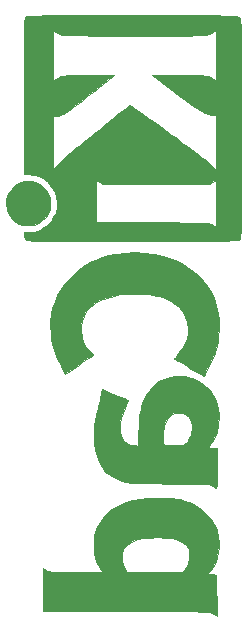
<source format=gbr>
%TF.GenerationSoftware,KiCad,Pcbnew,5.99.0-unknown-7afc3f7df9~127~ubuntu20.04.1*%
%TF.CreationDate,2021-04-27T12:41:46+02:00*%
%TF.ProjectId,bbb-lcd-rgb-display-cape,6262622d-6c63-4642-9d72-67622d646973,V1.0*%
%TF.SameCoordinates,Original*%
%TF.FileFunction,Legend,Bot*%
%TF.FilePolarity,Positive*%
%FSLAX46Y46*%
G04 Gerber Fmt 4.6, Leading zero omitted, Abs format (unit mm)*
G04 Created by KiCad (PCBNEW 5.99.0-unknown-7afc3f7df9~127~ubuntu20.04.1) date 2021-04-27 12:41:46*
%MOMM*%
%LPD*%
G01*
G04 APERTURE LIST*
%ADD10C,0.010000*%
G04 APERTURE END LIST*
D10*
%TO.C,REF\u002A\u002A*%
X138321898Y-102349164D02*
X138338970Y-102574699D01*
X138338970Y-102574699D02*
X138424822Y-103219982D01*
X138424822Y-103219982D02*
X138561756Y-103791448D01*
X138561756Y-103791448D02*
X138751656Y-104291879D01*
X138751656Y-104291879D02*
X138996405Y-104724060D01*
X138996405Y-104724060D02*
X139297888Y-105090773D01*
X139297888Y-105090773D02*
X139657989Y-105394802D01*
X139657989Y-105394802D02*
X140078592Y-105638931D01*
X140078592Y-105638931D02*
X140533686Y-105817198D01*
X140533686Y-105817198D02*
X140678854Y-105862448D01*
X140678854Y-105862448D02*
X140814797Y-105901852D01*
X140814797Y-105901852D02*
X140948833Y-105935874D01*
X140948833Y-105935874D02*
X141088283Y-105964978D01*
X141088283Y-105964978D02*
X141240465Y-105989629D01*
X141240465Y-105989629D02*
X141412697Y-106010292D01*
X141412697Y-106010292D02*
X141612300Y-106027430D01*
X141612300Y-106027430D02*
X141846590Y-106041509D01*
X141846590Y-106041509D02*
X142122888Y-106052993D01*
X142122888Y-106052993D02*
X142448512Y-106062347D01*
X142448512Y-106062347D02*
X142830781Y-106070035D01*
X142830781Y-106070035D02*
X143277014Y-106076522D01*
X143277014Y-106076522D02*
X143794530Y-106082271D01*
X143794530Y-106082271D02*
X144390648Y-106087749D01*
X144390648Y-106087749D02*
X144858059Y-106091665D01*
X144858059Y-106091665D02*
X148067199Y-106118009D01*
X148067199Y-106118009D02*
X148376024Y-106288708D01*
X148376024Y-106288708D02*
X148524803Y-106369538D01*
X148524803Y-106369538D02*
X148640365Y-106429689D01*
X148640365Y-106429689D02*
X148701875Y-106458385D01*
X148701875Y-106458385D02*
X148706042Y-106459406D01*
X148706042Y-106459406D02*
X148710810Y-106415546D01*
X148710810Y-106415546D02*
X148715204Y-106290597D01*
X148715204Y-106290597D02*
X148719099Y-106094514D01*
X148719099Y-106094514D02*
X148722373Y-105837246D01*
X148722373Y-105837246D02*
X148724901Y-105528746D01*
X148724901Y-105528746D02*
X148726560Y-105178967D01*
X148726560Y-105178967D02*
X148727227Y-104797858D01*
X148727227Y-104797858D02*
X148727235Y-104752417D01*
X148727235Y-104752417D02*
X148727235Y-103045428D01*
X148727235Y-103045428D02*
X148340317Y-103045428D01*
X148340317Y-103045428D02*
X148165463Y-103042517D01*
X148165463Y-103042517D02*
X148031736Y-103034750D01*
X148031736Y-103034750D02*
X147960037Y-103023573D01*
X147960037Y-103023573D02*
X147953399Y-103018633D01*
X147953399Y-103018633D02*
X147981202Y-102973451D01*
X147981202Y-102973451D02*
X148054170Y-102880464D01*
X148054170Y-102880464D02*
X148156644Y-102759605D01*
X148156644Y-102759605D02*
X148159015Y-102756895D01*
X148159015Y-102756895D02*
X148323218Y-102536342D01*
X148323218Y-102536342D02*
X148488100Y-102257801D01*
X148488100Y-102257801D02*
X148637462Y-101952746D01*
X148637462Y-101952746D02*
X148755106Y-101652650D01*
X148755106Y-101652650D02*
X148795309Y-101520518D01*
X148795309Y-101520518D02*
X148846371Y-101257564D01*
X148846371Y-101257564D02*
X148878955Y-100934908D01*
X148878955Y-100934908D02*
X148892596Y-100582085D01*
X148892596Y-100582085D02*
X148886830Y-100228632D01*
X148886830Y-100228632D02*
X148861193Y-99904086D01*
X148861193Y-99904086D02*
X148824303Y-99676969D01*
X148824303Y-99676969D02*
X148660745Y-99120003D01*
X148660745Y-99120003D02*
X148427650Y-98618584D01*
X148427650Y-98618584D02*
X148127908Y-98175978D01*
X148127908Y-98175978D02*
X147764412Y-97795447D01*
X147764412Y-97795447D02*
X147340054Y-97480256D01*
X147340054Y-97480256D02*
X146857725Y-97233667D01*
X146857725Y-97233667D02*
X146565048Y-97127287D01*
X146565048Y-97127287D02*
X146280579Y-97060617D01*
X146280579Y-97060617D02*
X145939082Y-97016434D01*
X145939082Y-97016434D02*
X145572058Y-96995991D01*
X145572058Y-96995991D02*
X145518652Y-96996663D01*
X145518652Y-96996663D02*
X145518652Y-100075267D01*
X145518652Y-100075267D02*
X145791373Y-100100796D01*
X145791373Y-100100796D02*
X146018022Y-100185804D01*
X146018022Y-100185804D02*
X146228298Y-100342920D01*
X146228298Y-100342920D02*
X146289957Y-100403264D01*
X146289957Y-100403264D02*
X146456653Y-100617779D01*
X146456653Y-100617779D02*
X146563441Y-100865720D01*
X146563441Y-100865720D02*
X146615134Y-101162768D01*
X146615134Y-101162768D02*
X146618939Y-101475577D01*
X146618939Y-101475577D02*
X146593808Y-101772269D01*
X146593808Y-101772269D02*
X146544653Y-101999433D01*
X146544653Y-101999433D02*
X146507733Y-102098089D01*
X146507733Y-102098089D02*
X146407111Y-102275904D01*
X146407111Y-102275904D02*
X146265600Y-102464308D01*
X146265600Y-102464308D02*
X146106777Y-102636204D01*
X146106777Y-102636204D02*
X145954218Y-102764497D01*
X145954218Y-102764497D02*
X145898254Y-102798564D01*
X145898254Y-102798564D02*
X145819880Y-102825047D01*
X145819880Y-102825047D02*
X145695173Y-102843876D01*
X145695173Y-102843876D02*
X145512218Y-102855927D01*
X145512218Y-102855927D02*
X145259105Y-102862079D01*
X145259105Y-102862079D02*
X145018210Y-102863349D01*
X145018210Y-102863349D02*
X144737358Y-102862489D01*
X144737358Y-102862489D02*
X144534283Y-102859013D01*
X144534283Y-102859013D02*
X144395728Y-102851582D01*
X144395728Y-102851582D02*
X144308439Y-102838855D01*
X144308439Y-102838855D02*
X144259161Y-102819490D01*
X144259161Y-102819490D02*
X144234639Y-102792147D01*
X144234639Y-102792147D02*
X144230734Y-102783690D01*
X144230734Y-102783690D02*
X144218706Y-102710197D01*
X144218706Y-102710197D02*
X144208868Y-102565247D01*
X144208868Y-102565247D02*
X144202107Y-102368413D01*
X144202107Y-102368413D02*
X144199310Y-102139269D01*
X144199310Y-102139269D02*
X144199307Y-102089514D01*
X144199307Y-102089514D02*
X144204195Y-101783222D01*
X144204195Y-101783222D02*
X144218734Y-101546591D01*
X144218734Y-101546591D02*
X144244913Y-101358564D01*
X144244913Y-101358564D02*
X144283148Y-101203250D01*
X144283148Y-101203250D02*
X144428844Y-100817989D01*
X144428844Y-100817989D02*
X144607969Y-100515868D01*
X144607969Y-100515868D02*
X144823388Y-100294270D01*
X144823388Y-100294270D02*
X145077968Y-100150581D01*
X145077968Y-100150581D02*
X145374572Y-100082183D01*
X145374572Y-100082183D02*
X145518652Y-100075267D01*
X145518652Y-100075267D02*
X145518652Y-96996663D01*
X145518652Y-96996663D02*
X145211008Y-97000539D01*
X145211008Y-97000539D02*
X144887433Y-97031333D01*
X144887433Y-97031333D02*
X144756705Y-97055353D01*
X144756705Y-97055353D02*
X144271314Y-97208729D01*
X144271314Y-97208729D02*
X143824708Y-97441952D01*
X143824708Y-97441952D02*
X143421171Y-97750618D01*
X143421171Y-97750618D02*
X143064987Y-98130326D01*
X143064987Y-98130326D02*
X142760438Y-98576674D01*
X142760438Y-98576674D02*
X142511809Y-99085258D01*
X142511809Y-99085258D02*
X142360830Y-99517650D01*
X142360830Y-99517650D02*
X142281511Y-99806636D01*
X142281511Y-99806636D02*
X142219877Y-100083049D01*
X142219877Y-100083049D02*
X142173927Y-100364794D01*
X142173927Y-100364794D02*
X142141659Y-100669775D01*
X142141659Y-100669775D02*
X142121071Y-101015895D01*
X142121071Y-101015895D02*
X142110162Y-101421058D01*
X142110162Y-101421058D02*
X142107090Y-101787366D01*
X142107090Y-101787366D02*
X142104116Y-102873569D01*
X142104116Y-102873569D02*
X141777615Y-102852762D01*
X141777615Y-102852762D02*
X141423356Y-102793674D01*
X141423356Y-102793674D02*
X141118857Y-102667981D01*
X141118857Y-102667981D02*
X140871721Y-102481034D01*
X140871721Y-102481034D02*
X140689551Y-102238185D01*
X140689551Y-102238185D02*
X140600658Y-102024352D01*
X140600658Y-102024352D02*
X140544634Y-101717971D01*
X140544634Y-101717971D02*
X140536589Y-101353236D01*
X140536589Y-101353236D02*
X140573557Y-100947245D01*
X140573557Y-100947245D02*
X140652571Y-100517097D01*
X140652571Y-100517097D02*
X140770667Y-100079888D01*
X140770667Y-100079888D02*
X140924877Y-99652716D01*
X140924877Y-99652716D02*
X141065915Y-99342286D01*
X141065915Y-99342286D02*
X141138337Y-99192931D01*
X141138337Y-99192931D02*
X141188919Y-99079010D01*
X141188919Y-99079010D02*
X141208656Y-99021075D01*
X141208656Y-99021075D02*
X141208023Y-99017930D01*
X141208023Y-99017930D02*
X141163814Y-98997938D01*
X141163814Y-98997938D02*
X141046635Y-98948016D01*
X141046635Y-98948016D02*
X140867710Y-98872862D01*
X140867710Y-98872862D02*
X140638268Y-98777174D01*
X140638268Y-98777174D02*
X140369534Y-98665649D01*
X140369534Y-98665649D02*
X140095277Y-98552286D01*
X140095277Y-98552286D02*
X138996832Y-98099074D01*
X138996832Y-98099074D02*
X138943883Y-98421445D01*
X138943883Y-98421445D02*
X138917316Y-98561170D01*
X138917316Y-98561170D02*
X138872697Y-98771217D01*
X138872697Y-98771217D02*
X138814074Y-99033592D01*
X138814074Y-99033592D02*
X138745499Y-99330301D01*
X138745499Y-99330301D02*
X138671022Y-99643351D01*
X138671022Y-99643351D02*
X138640756Y-99768009D01*
X138640756Y-99768009D02*
X138515670Y-100307309D01*
X138515670Y-100307309D02*
X138421889Y-100779466D01*
X138421889Y-100779466D02*
X138357516Y-101202104D01*
X138357516Y-101202104D02*
X138320656Y-101592849D01*
X138320656Y-101592849D02*
X138309415Y-101969327D01*
X138309415Y-101969327D02*
X138321898Y-102349164D01*
X138321898Y-102349164D02*
X138321898Y-102349164D01*
G36*
X145939082Y-97016434D02*
G01*
X146280579Y-97060617D01*
X146565048Y-97127287D01*
X146857725Y-97233667D01*
X147340054Y-97480256D01*
X147764412Y-97795447D01*
X148127908Y-98175978D01*
X148427650Y-98618584D01*
X148660745Y-99120003D01*
X148824303Y-99676969D01*
X148861193Y-99904086D01*
X148886830Y-100228632D01*
X148892596Y-100582085D01*
X148878955Y-100934908D01*
X148846371Y-101257564D01*
X148795309Y-101520518D01*
X148755106Y-101652650D01*
X148637462Y-101952746D01*
X148488100Y-102257801D01*
X148323218Y-102536342D01*
X148159015Y-102756895D01*
X148156644Y-102759605D01*
X148054170Y-102880464D01*
X147981202Y-102973451D01*
X147953399Y-103018633D01*
X147960037Y-103023573D01*
X148031736Y-103034750D01*
X148165463Y-103042517D01*
X148340317Y-103045428D01*
X148727235Y-103045428D01*
X148727235Y-104752417D01*
X148727227Y-104797858D01*
X148726560Y-105178967D01*
X148724901Y-105528746D01*
X148722373Y-105837246D01*
X148719099Y-106094514D01*
X148715204Y-106290597D01*
X148710810Y-106415546D01*
X148706042Y-106459406D01*
X148701875Y-106458385D01*
X148640365Y-106429689D01*
X148524803Y-106369538D01*
X148376024Y-106288708D01*
X148067199Y-106118009D01*
X144858059Y-106091665D01*
X144390648Y-106087749D01*
X143794530Y-106082271D01*
X143277014Y-106076522D01*
X142830781Y-106070035D01*
X142448512Y-106062347D01*
X142122888Y-106052993D01*
X141846590Y-106041509D01*
X141612300Y-106027430D01*
X141412697Y-106010292D01*
X141240465Y-105989629D01*
X141088283Y-105964978D01*
X140948833Y-105935874D01*
X140814797Y-105901852D01*
X140678854Y-105862448D01*
X140533686Y-105817198D01*
X140078592Y-105638931D01*
X139657989Y-105394802D01*
X139297888Y-105090773D01*
X138996405Y-104724060D01*
X138751656Y-104291879D01*
X138561756Y-103791448D01*
X138424822Y-103219982D01*
X138338970Y-102574699D01*
X138321898Y-102349164D01*
X138309415Y-101969327D01*
X138320656Y-101592849D01*
X138357516Y-101202104D01*
X138421889Y-100779466D01*
X138515670Y-100307309D01*
X138640756Y-99768009D01*
X138671022Y-99643351D01*
X138745499Y-99330301D01*
X138814074Y-99033592D01*
X138872697Y-98771217D01*
X138917316Y-98561170D01*
X138943883Y-98421445D01*
X138996832Y-98099074D01*
X140095277Y-98552286D01*
X140369534Y-98665649D01*
X140638268Y-98777174D01*
X140867710Y-98872862D01*
X141046635Y-98948016D01*
X141163814Y-98997938D01*
X141208023Y-99017930D01*
X141208656Y-99021075D01*
X141188919Y-99079010D01*
X141138337Y-99192931D01*
X141065915Y-99342286D01*
X140924877Y-99652716D01*
X140770667Y-100079888D01*
X140652571Y-100517097D01*
X140573557Y-100947245D01*
X140536589Y-101353236D01*
X140544634Y-101717971D01*
X140600658Y-102024352D01*
X140689551Y-102238185D01*
X140871721Y-102481034D01*
X141118857Y-102667981D01*
X141423356Y-102793674D01*
X141777615Y-102852762D01*
X142104116Y-102873569D01*
X142106263Y-102089514D01*
X144199307Y-102089514D01*
X144199310Y-102139269D01*
X144202107Y-102368413D01*
X144208868Y-102565247D01*
X144218706Y-102710197D01*
X144230734Y-102783690D01*
X144234639Y-102792147D01*
X144259161Y-102819490D01*
X144308439Y-102838855D01*
X144395728Y-102851582D01*
X144534283Y-102859013D01*
X144737358Y-102862489D01*
X145018210Y-102863349D01*
X145259105Y-102862079D01*
X145512218Y-102855927D01*
X145695173Y-102843876D01*
X145819880Y-102825047D01*
X145898254Y-102798564D01*
X145954218Y-102764497D01*
X146106777Y-102636204D01*
X146265600Y-102464308D01*
X146407111Y-102275904D01*
X146507733Y-102098089D01*
X146544653Y-101999433D01*
X146593808Y-101772269D01*
X146618939Y-101475577D01*
X146615134Y-101162768D01*
X146563441Y-100865720D01*
X146456653Y-100617779D01*
X146289957Y-100403264D01*
X146228298Y-100342920D01*
X146018022Y-100185804D01*
X145791373Y-100100796D01*
X145518652Y-100075267D01*
X145374572Y-100082183D01*
X145077968Y-100150581D01*
X144823388Y-100294270D01*
X144607969Y-100515868D01*
X144428844Y-100817989D01*
X144283148Y-101203250D01*
X144244913Y-101358564D01*
X144218734Y-101546591D01*
X144204195Y-101783222D01*
X144199307Y-102089514D01*
X142106263Y-102089514D01*
X142107090Y-101787366D01*
X142110162Y-101421058D01*
X142121071Y-101015895D01*
X142141659Y-100669775D01*
X142173927Y-100364794D01*
X142219877Y-100083049D01*
X142281511Y-99806636D01*
X142360830Y-99517650D01*
X142511809Y-99085258D01*
X142760438Y-98576674D01*
X143064987Y-98130326D01*
X143421171Y-97750618D01*
X143824708Y-97441952D01*
X144271314Y-97208729D01*
X144756705Y-97055353D01*
X144887433Y-97031333D01*
X145211008Y-97000539D01*
X145518652Y-96996663D01*
X145572058Y-96995991D01*
X145939082Y-97016434D01*
G37*
X145939082Y-97016434D02*
X146280579Y-97060617D01*
X146565048Y-97127287D01*
X146857725Y-97233667D01*
X147340054Y-97480256D01*
X147764412Y-97795447D01*
X148127908Y-98175978D01*
X148427650Y-98618584D01*
X148660745Y-99120003D01*
X148824303Y-99676969D01*
X148861193Y-99904086D01*
X148886830Y-100228632D01*
X148892596Y-100582085D01*
X148878955Y-100934908D01*
X148846371Y-101257564D01*
X148795309Y-101520518D01*
X148755106Y-101652650D01*
X148637462Y-101952746D01*
X148488100Y-102257801D01*
X148323218Y-102536342D01*
X148159015Y-102756895D01*
X148156644Y-102759605D01*
X148054170Y-102880464D01*
X147981202Y-102973451D01*
X147953399Y-103018633D01*
X147960037Y-103023573D01*
X148031736Y-103034750D01*
X148165463Y-103042517D01*
X148340317Y-103045428D01*
X148727235Y-103045428D01*
X148727235Y-104752417D01*
X148727227Y-104797858D01*
X148726560Y-105178967D01*
X148724901Y-105528746D01*
X148722373Y-105837246D01*
X148719099Y-106094514D01*
X148715204Y-106290597D01*
X148710810Y-106415546D01*
X148706042Y-106459406D01*
X148701875Y-106458385D01*
X148640365Y-106429689D01*
X148524803Y-106369538D01*
X148376024Y-106288708D01*
X148067199Y-106118009D01*
X144858059Y-106091665D01*
X144390648Y-106087749D01*
X143794530Y-106082271D01*
X143277014Y-106076522D01*
X142830781Y-106070035D01*
X142448512Y-106062347D01*
X142122888Y-106052993D01*
X141846590Y-106041509D01*
X141612300Y-106027430D01*
X141412697Y-106010292D01*
X141240465Y-105989629D01*
X141088283Y-105964978D01*
X140948833Y-105935874D01*
X140814797Y-105901852D01*
X140678854Y-105862448D01*
X140533686Y-105817198D01*
X140078592Y-105638931D01*
X139657989Y-105394802D01*
X139297888Y-105090773D01*
X138996405Y-104724060D01*
X138751656Y-104291879D01*
X138561756Y-103791448D01*
X138424822Y-103219982D01*
X138338970Y-102574699D01*
X138321898Y-102349164D01*
X138309415Y-101969327D01*
X138320656Y-101592849D01*
X138357516Y-101202104D01*
X138421889Y-100779466D01*
X138515670Y-100307309D01*
X138640756Y-99768009D01*
X138671022Y-99643351D01*
X138745499Y-99330301D01*
X138814074Y-99033592D01*
X138872697Y-98771217D01*
X138917316Y-98561170D01*
X138943883Y-98421445D01*
X138996832Y-98099074D01*
X140095277Y-98552286D01*
X140369534Y-98665649D01*
X140638268Y-98777174D01*
X140867710Y-98872862D01*
X141046635Y-98948016D01*
X141163814Y-98997938D01*
X141208023Y-99017930D01*
X141208656Y-99021075D01*
X141188919Y-99079010D01*
X141138337Y-99192931D01*
X141065915Y-99342286D01*
X140924877Y-99652716D01*
X140770667Y-100079888D01*
X140652571Y-100517097D01*
X140573557Y-100947245D01*
X140536589Y-101353236D01*
X140544634Y-101717971D01*
X140600658Y-102024352D01*
X140689551Y-102238185D01*
X140871721Y-102481034D01*
X141118857Y-102667981D01*
X141423356Y-102793674D01*
X141777615Y-102852762D01*
X142104116Y-102873569D01*
X142106263Y-102089514D01*
X144199307Y-102089514D01*
X144199310Y-102139269D01*
X144202107Y-102368413D01*
X144208868Y-102565247D01*
X144218706Y-102710197D01*
X144230734Y-102783690D01*
X144234639Y-102792147D01*
X144259161Y-102819490D01*
X144308439Y-102838855D01*
X144395728Y-102851582D01*
X144534283Y-102859013D01*
X144737358Y-102862489D01*
X145018210Y-102863349D01*
X145259105Y-102862079D01*
X145512218Y-102855927D01*
X145695173Y-102843876D01*
X145819880Y-102825047D01*
X145898254Y-102798564D01*
X145954218Y-102764497D01*
X146106777Y-102636204D01*
X146265600Y-102464308D01*
X146407111Y-102275904D01*
X146507733Y-102098089D01*
X146544653Y-101999433D01*
X146593808Y-101772269D01*
X146618939Y-101475577D01*
X146615134Y-101162768D01*
X146563441Y-100865720D01*
X146456653Y-100617779D01*
X146289957Y-100403264D01*
X146228298Y-100342920D01*
X146018022Y-100185804D01*
X145791373Y-100100796D01*
X145518652Y-100075267D01*
X145374572Y-100082183D01*
X145077968Y-100150581D01*
X144823388Y-100294270D01*
X144607969Y-100515868D01*
X144428844Y-100817989D01*
X144283148Y-101203250D01*
X144244913Y-101358564D01*
X144218734Y-101546591D01*
X144204195Y-101783222D01*
X144199307Y-102089514D01*
X142106263Y-102089514D01*
X142107090Y-101787366D01*
X142110162Y-101421058D01*
X142121071Y-101015895D01*
X142141659Y-100669775D01*
X142173927Y-100364794D01*
X142219877Y-100083049D01*
X142281511Y-99806636D01*
X142360830Y-99517650D01*
X142511809Y-99085258D01*
X142760438Y-98576674D01*
X143064987Y-98130326D01*
X143421171Y-97750618D01*
X143824708Y-97441952D01*
X144271314Y-97208729D01*
X144756705Y-97055353D01*
X144887433Y-97031333D01*
X145211008Y-97000539D01*
X145518652Y-96996663D01*
X145572058Y-96995991D01*
X145939082Y-97016434D01*
X132385521Y-72101836D02*
X132385639Y-72978840D01*
X132385639Y-72978840D02*
X132385657Y-73387074D01*
X132385657Y-73387074D02*
X132385657Y-79921414D01*
X132385657Y-79921414D02*
X132770841Y-79921414D01*
X132770841Y-79921414D02*
X133239578Y-79962526D01*
X133239578Y-79962526D02*
X133671883Y-80086606D01*
X133671883Y-80086606D02*
X134070325Y-80294769D01*
X134070325Y-80294769D02*
X134437474Y-80588129D01*
X134437474Y-80588129D02*
X134536634Y-80687382D01*
X134536634Y-80687382D02*
X134817903Y-81044420D01*
X134817903Y-81044420D02*
X135023039Y-81438097D01*
X135023039Y-81438097D02*
X135152135Y-81856718D01*
X135152135Y-81856718D02*
X135205284Y-82288591D01*
X135205284Y-82288591D02*
X135182579Y-82722024D01*
X135182579Y-82722024D02*
X135084113Y-83145324D01*
X135084113Y-83145324D02*
X134909981Y-83546798D01*
X134909981Y-83546798D02*
X134660273Y-83914753D01*
X134660273Y-83914753D02*
X134509620Y-84080007D01*
X134509620Y-84080007D02*
X134140245Y-84387957D01*
X134140245Y-84387957D02*
X133734054Y-84613773D01*
X133734054Y-84613773D02*
X133295689Y-84755485D01*
X133295689Y-84755485D02*
X132829795Y-84811126D01*
X132829795Y-84811126D02*
X132783962Y-84811865D01*
X132783962Y-84811865D02*
X132385672Y-84814783D01*
X132385672Y-84814783D02*
X132385665Y-84989838D01*
X132385665Y-84989838D02*
X132406740Y-85145129D01*
X132406740Y-85145129D02*
X132458019Y-85286986D01*
X132458019Y-85286986D02*
X132463317Y-85296361D01*
X132463317Y-85296361D02*
X132479941Y-85328400D01*
X132479941Y-85328400D02*
X132492888Y-85357822D01*
X132492888Y-85357822D02*
X132505929Y-85384732D01*
X132505929Y-85384732D02*
X132522835Y-85409237D01*
X132522835Y-85409237D02*
X132547377Y-85431444D01*
X132547377Y-85431444D02*
X132583326Y-85451459D01*
X132583326Y-85451459D02*
X132634454Y-85469387D01*
X132634454Y-85469387D02*
X132704530Y-85485336D01*
X132704530Y-85485336D02*
X132797328Y-85499411D01*
X132797328Y-85499411D02*
X132916617Y-85511720D01*
X132916617Y-85511720D02*
X133066169Y-85522367D01*
X133066169Y-85522367D02*
X133249754Y-85531461D01*
X133249754Y-85531461D02*
X133471145Y-85539106D01*
X133471145Y-85539106D02*
X133734112Y-85545410D01*
X133734112Y-85545410D02*
X134042426Y-85550479D01*
X134042426Y-85550479D02*
X134399858Y-85554418D01*
X134399858Y-85554418D02*
X134810180Y-85557335D01*
X134810180Y-85557335D02*
X135277163Y-85559335D01*
X135277163Y-85559335D02*
X135804577Y-85560525D01*
X135804577Y-85560525D02*
X136396194Y-85561012D01*
X136396194Y-85561012D02*
X137055786Y-85560901D01*
X137055786Y-85560901D02*
X137787122Y-85560300D01*
X137787122Y-85560300D02*
X138593974Y-85559313D01*
X138593974Y-85559313D02*
X139480114Y-85558048D01*
X139480114Y-85558048D02*
X140449313Y-85556611D01*
X140449313Y-85556611D02*
X141505341Y-85555109D01*
X141505341Y-85555109D02*
X141634000Y-85554934D01*
X141634000Y-85554934D02*
X142696763Y-85553587D01*
X142696763Y-85553587D02*
X143672256Y-85552444D01*
X143672256Y-85552444D02*
X144564249Y-85551384D01*
X144564249Y-85551384D02*
X145376511Y-85550285D01*
X145376511Y-85550285D02*
X146112813Y-85549028D01*
X146112813Y-85549028D02*
X146776922Y-85547491D01*
X146776922Y-85547491D02*
X147372609Y-85545552D01*
X147372609Y-85545552D02*
X147903644Y-85543091D01*
X147903644Y-85543091D02*
X148373794Y-85539987D01*
X148373794Y-85539987D02*
X148786831Y-85536119D01*
X148786831Y-85536119D02*
X149146523Y-85531365D01*
X149146523Y-85531365D02*
X149456640Y-85525604D01*
X149456640Y-85525604D02*
X149720951Y-85518716D01*
X149720951Y-85518716D02*
X149943225Y-85510579D01*
X149943225Y-85510579D02*
X150127233Y-85501073D01*
X150127233Y-85501073D02*
X150276743Y-85490076D01*
X150276743Y-85490076D02*
X150395525Y-85477467D01*
X150395525Y-85477467D02*
X150487348Y-85463125D01*
X150487348Y-85463125D02*
X150555981Y-85446929D01*
X150555981Y-85446929D02*
X150605195Y-85428758D01*
X150605195Y-85428758D02*
X150638759Y-85408491D01*
X150638759Y-85408491D02*
X150660441Y-85386007D01*
X150660441Y-85386007D02*
X150674011Y-85361185D01*
X150674011Y-85361185D02*
X150683240Y-85333903D01*
X150683240Y-85333903D02*
X150691895Y-85304041D01*
X150691895Y-85304041D02*
X150703747Y-85271478D01*
X150703747Y-85271478D02*
X150707355Y-85263523D01*
X150707355Y-85263523D02*
X150715462Y-85238522D01*
X150715462Y-85238522D02*
X150722911Y-85196678D01*
X150722911Y-85196678D02*
X150729728Y-85134336D01*
X150729728Y-85134336D02*
X150735940Y-85047843D01*
X150735940Y-85047843D02*
X150741573Y-84933546D01*
X150741573Y-84933546D02*
X150746653Y-84787791D01*
X150746653Y-84787791D02*
X150751208Y-84606923D01*
X150751208Y-84606923D02*
X150755264Y-84387289D01*
X150755264Y-84387289D02*
X150758846Y-84125236D01*
X150758846Y-84125236D02*
X150761983Y-83817110D01*
X150761983Y-83817110D02*
X150764700Y-83459257D01*
X150764700Y-83459257D02*
X150767024Y-83048023D01*
X150767024Y-83048023D02*
X150768981Y-82579755D01*
X150768981Y-82579755D02*
X150770597Y-82050799D01*
X150770597Y-82050799D02*
X150771901Y-81457502D01*
X150771901Y-81457502D02*
X150772917Y-80796209D01*
X150772917Y-80796209D02*
X150773672Y-80063266D01*
X150773672Y-80063266D02*
X150774194Y-79255021D01*
X150774194Y-79255021D02*
X150774508Y-78367819D01*
X150774508Y-78367819D02*
X150774640Y-77398008D01*
X150774640Y-77398008D02*
X150774619Y-76341932D01*
X150774619Y-76341932D02*
X150774585Y-75999839D01*
X150774585Y-75999839D02*
X150774412Y-74920335D01*
X150774412Y-74920335D02*
X150774129Y-73928172D01*
X150774129Y-73928172D02*
X150773706Y-73019654D01*
X150773706Y-73019654D02*
X150773116Y-72191084D01*
X150773116Y-72191084D02*
X150772329Y-71438763D01*
X150772329Y-71438763D02*
X150771316Y-70758994D01*
X150771316Y-70758994D02*
X150770048Y-70148080D01*
X150770048Y-70148080D02*
X150768497Y-69602323D01*
X150768497Y-69602323D02*
X150766634Y-69118027D01*
X150766634Y-69118027D02*
X150764429Y-68691493D01*
X150764429Y-68691493D02*
X150761854Y-68319024D01*
X150761854Y-68319024D02*
X150758880Y-67996923D01*
X150758880Y-67996923D02*
X150755478Y-67721492D01*
X150755478Y-67721492D02*
X150751619Y-67489034D01*
X150751619Y-67489034D02*
X150747275Y-67295851D01*
X150747275Y-67295851D02*
X150742415Y-67138247D01*
X150742415Y-67138247D02*
X150737012Y-67012523D01*
X150737012Y-67012523D02*
X150731037Y-66914982D01*
X150731037Y-66914982D02*
X150724461Y-66841927D01*
X150724461Y-66841927D02*
X150717254Y-66789660D01*
X150717254Y-66789660D02*
X150709388Y-66754484D01*
X150709388Y-66754484D02*
X150702185Y-66735308D01*
X150702185Y-66735308D02*
X150687812Y-66701227D01*
X150687812Y-66701227D02*
X150677213Y-66669934D01*
X150677213Y-66669934D02*
X150666624Y-66641312D01*
X150666624Y-66641312D02*
X150652280Y-66615242D01*
X150652280Y-66615242D02*
X150630418Y-66591605D01*
X150630418Y-66591605D02*
X150597274Y-66570284D01*
X150597274Y-66570284D02*
X150549084Y-66551159D01*
X150549084Y-66551159D02*
X150482083Y-66534112D01*
X150482083Y-66534112D02*
X150392507Y-66519025D01*
X150392507Y-66519025D02*
X150276593Y-66505779D01*
X150276593Y-66505779D02*
X150130575Y-66494256D01*
X150130575Y-66494256D02*
X149950692Y-66484337D01*
X149950692Y-66484337D02*
X149733177Y-66475904D01*
X149733177Y-66475904D02*
X149474267Y-66468838D01*
X149474267Y-66468838D02*
X149170198Y-66463021D01*
X149170198Y-66463021D02*
X148817206Y-66458334D01*
X148817206Y-66458334D02*
X148681715Y-66457107D01*
X148681715Y-66457107D02*
X148681715Y-67671978D01*
X148681715Y-67671978D02*
X148681715Y-71965934D01*
X148681715Y-71965934D02*
X148556536Y-71883311D01*
X148556536Y-71883311D02*
X148427898Y-71801117D01*
X148427898Y-71801117D02*
X148305401Y-71731513D01*
X148305401Y-71731513D02*
X148180472Y-71673511D01*
X148180472Y-71673511D02*
X148044540Y-71626118D01*
X148044540Y-71626118D02*
X147889031Y-71588346D01*
X147889031Y-71588346D02*
X147705373Y-71559204D01*
X147705373Y-71559204D02*
X147484993Y-71537703D01*
X147484993Y-71537703D02*
X147219318Y-71522851D01*
X147219318Y-71522851D02*
X146899777Y-71513660D01*
X146899777Y-71513660D02*
X146517797Y-71509139D01*
X146517797Y-71509139D02*
X146064804Y-71508298D01*
X146064804Y-71508298D02*
X145532228Y-71510147D01*
X145532228Y-71510147D02*
X145334505Y-71511196D01*
X145334505Y-71511196D02*
X143214824Y-71523027D01*
X143214824Y-71523027D02*
X145042969Y-72865858D01*
X145042969Y-72865858D02*
X145561591Y-73246280D01*
X145561591Y-73246280D02*
X146013190Y-73575870D01*
X146013190Y-73575870D02*
X146403749Y-73858188D01*
X146403749Y-73858188D02*
X146739252Y-74096790D01*
X146739252Y-74096790D02*
X147025680Y-74295238D01*
X147025680Y-74295238D02*
X147269018Y-74457088D01*
X147269018Y-74457088D02*
X147475249Y-74585901D01*
X147475249Y-74585901D02*
X147650354Y-74685235D01*
X147650354Y-74685235D02*
X147800318Y-74758648D01*
X147800318Y-74758648D02*
X147931123Y-74809700D01*
X147931123Y-74809700D02*
X148048752Y-74841949D01*
X148048752Y-74841949D02*
X148159188Y-74858954D01*
X148159188Y-74858954D02*
X148268414Y-74864274D01*
X148268414Y-74864274D02*
X148382413Y-74861467D01*
X148382413Y-74861467D02*
X148396742Y-74860751D01*
X148396742Y-74860751D02*
X148681906Y-74845966D01*
X148681906Y-74845966D02*
X148681810Y-77198852D01*
X148681810Y-77198852D02*
X148681715Y-79551738D01*
X148681715Y-79551738D02*
X148328784Y-79201719D01*
X148328784Y-79201719D02*
X148232255Y-79106739D01*
X148232255Y-79106739D02*
X148138327Y-79016636D01*
X148138327Y-79016636D02*
X148041822Y-78927453D01*
X148041822Y-78927453D02*
X147937559Y-78835239D01*
X147937559Y-78835239D02*
X147820357Y-78736037D01*
X147820357Y-78736037D02*
X147685037Y-78625894D01*
X147685037Y-78625894D02*
X147526419Y-78500856D01*
X147526419Y-78500856D02*
X147339323Y-78356967D01*
X147339323Y-78356967D02*
X147118568Y-78190275D01*
X147118568Y-78190275D02*
X146858974Y-77996823D01*
X146858974Y-77996823D02*
X146555362Y-77772659D01*
X146555362Y-77772659D02*
X146202551Y-77513828D01*
X146202551Y-77513828D02*
X145795362Y-77216375D01*
X145795362Y-77216375D02*
X145328613Y-76876347D01*
X145328613Y-76876347D02*
X144797126Y-76489788D01*
X144797126Y-76489788D02*
X144361151Y-76172943D01*
X144361151Y-76172943D02*
X143813438Y-75775292D01*
X143813438Y-75775292D02*
X143334547Y-75428399D01*
X143334547Y-75428399D02*
X142919930Y-75129122D01*
X142919930Y-75129122D02*
X142565041Y-74874318D01*
X142565041Y-74874318D02*
X142265334Y-74660845D01*
X142265334Y-74660845D02*
X142016262Y-74485560D01*
X142016262Y-74485560D02*
X141813278Y-74345320D01*
X141813278Y-74345320D02*
X141651836Y-74236984D01*
X141651836Y-74236984D02*
X141527389Y-74157408D01*
X141527389Y-74157408D02*
X141435390Y-74103451D01*
X141435390Y-74103451D02*
X141371292Y-74071969D01*
X141371292Y-74071969D02*
X141330549Y-74059820D01*
X141330549Y-74059820D02*
X141309129Y-74063472D01*
X141309129Y-74063472D02*
X141252125Y-74107724D01*
X141252125Y-74107724D02*
X141131465Y-74203399D01*
X141131465Y-74203399D02*
X140954319Y-74344724D01*
X140954319Y-74344724D02*
X140727860Y-74525926D01*
X140727860Y-74525926D02*
X140459259Y-74741233D01*
X140459259Y-74741233D02*
X140155689Y-74984870D01*
X140155689Y-74984870D02*
X139824322Y-75251065D01*
X139824322Y-75251065D02*
X139472330Y-75534045D01*
X139472330Y-75534045D02*
X139106884Y-75828037D01*
X139106884Y-75828037D02*
X138735157Y-76127268D01*
X138735157Y-76127268D02*
X138530819Y-76291854D01*
X138530819Y-76291854D02*
X138530819Y-80378333D01*
X138530819Y-80378333D02*
X139145335Y-80718009D01*
X139145335Y-80718009D02*
X148067199Y-80718009D01*
X148067199Y-80718009D02*
X148681715Y-80378333D01*
X148681715Y-80378333D02*
X148681715Y-82387394D01*
X148681715Y-82387394D02*
X148681575Y-82867011D01*
X148681575Y-82867011D02*
X148680946Y-83263168D01*
X148680946Y-83263168D02*
X148679510Y-83583443D01*
X148679510Y-83583443D02*
X148676951Y-83835416D01*
X148676951Y-83835416D02*
X148672952Y-84026665D01*
X148672952Y-84026665D02*
X148667196Y-84164770D01*
X148667196Y-84164770D02*
X148659366Y-84257310D01*
X148659366Y-84257310D02*
X148649147Y-84311863D01*
X148649147Y-84311863D02*
X148636220Y-84336008D01*
X148636220Y-84336008D02*
X148620270Y-84337325D01*
X148620270Y-84337325D02*
X148600980Y-84323391D01*
X148600980Y-84323391D02*
X148600821Y-84323247D01*
X148600821Y-84323247D02*
X148517797Y-84265853D01*
X148517797Y-84265853D02*
X148382802Y-84189851D01*
X148382802Y-84189851D02*
X148248043Y-84122733D01*
X148248043Y-84122733D02*
X147976159Y-83995428D01*
X147976159Y-83995428D02*
X143253489Y-83982444D01*
X143253489Y-83982444D02*
X138530819Y-83969461D01*
X138530819Y-83969461D02*
X138530819Y-80378333D01*
X138530819Y-80378333D02*
X138530819Y-76291854D01*
X138530819Y-76291854D02*
X138364320Y-76425964D01*
X138364320Y-76425964D02*
X138001546Y-76718353D01*
X138001546Y-76718353D02*
X137654007Y-76998663D01*
X137654007Y-76998663D02*
X137328874Y-77261118D01*
X137328874Y-77261118D02*
X137033320Y-77499948D01*
X137033320Y-77499948D02*
X136774516Y-77709378D01*
X136774516Y-77709378D02*
X136559635Y-77883636D01*
X136559635Y-77883636D02*
X136395848Y-78016948D01*
X136395848Y-78016948D02*
X136300353Y-78095250D01*
X136300353Y-78095250D02*
X135943252Y-78399307D01*
X135943252Y-78399307D02*
X135621002Y-78691826D01*
X135621002Y-78691826D02*
X135344151Y-78962553D01*
X135344151Y-78962553D02*
X135123251Y-79201238D01*
X135123251Y-79201238D02*
X134987820Y-79370627D01*
X134987820Y-79370627D02*
X134843722Y-79570915D01*
X134843722Y-79570915D02*
X134843722Y-74964513D01*
X134843722Y-74964513D02*
X135114029Y-74965806D01*
X135114029Y-74965806D02*
X135312756Y-74952932D01*
X135312756Y-74952932D02*
X135496996Y-74904532D01*
X135496996Y-74904532D02*
X135671645Y-74829609D01*
X135671645Y-74829609D02*
X135770311Y-74780906D01*
X135770311Y-74780906D02*
X135868076Y-74728541D01*
X135868076Y-74728541D02*
X135971429Y-74667732D01*
X135971429Y-74667732D02*
X136086861Y-74593694D01*
X136086861Y-74593694D02*
X136220861Y-74501644D01*
X136220861Y-74501644D02*
X136379921Y-74386798D01*
X136379921Y-74386798D02*
X136570529Y-74244374D01*
X136570529Y-74244374D02*
X136799177Y-74069587D01*
X136799177Y-74069587D02*
X137072355Y-73857654D01*
X137072355Y-73857654D02*
X137396552Y-73603791D01*
X137396552Y-73603791D02*
X137778259Y-73303215D01*
X137778259Y-73303215D02*
X138223966Y-72951143D01*
X138223966Y-72951143D02*
X138274257Y-72911378D01*
X138274257Y-72911378D02*
X140029943Y-71523027D01*
X140029943Y-71523027D02*
X138085488Y-71509586D01*
X138085488Y-71509586D02*
X137503067Y-71506880D01*
X137503067Y-71506880D02*
X137010002Y-71507456D01*
X137010002Y-71507456D02*
X136604668Y-71511343D01*
X136604668Y-71511343D02*
X136285439Y-71518568D01*
X136285439Y-71518568D02*
X136050691Y-71529161D01*
X136050691Y-71529161D02*
X135898798Y-71543148D01*
X135898798Y-71543148D02*
X135869985Y-71547849D01*
X135869985Y-71547849D02*
X135566480Y-71621606D01*
X135566480Y-71621606D02*
X135292869Y-71718243D01*
X135292869Y-71718243D02*
X135072875Y-71828518D01*
X135072875Y-71828518D02*
X134979571Y-71894767D01*
X134979571Y-71894767D02*
X134843722Y-72009076D01*
X134843722Y-72009076D02*
X134843722Y-69840157D01*
X134843722Y-69840157D02*
X134844164Y-69322771D01*
X134844164Y-69322771D02*
X134845604Y-68890117D01*
X134845604Y-68890117D02*
X134848209Y-68535890D01*
X134848209Y-68535890D02*
X134852147Y-68253785D01*
X134852147Y-68253785D02*
X134857586Y-68037499D01*
X134857586Y-68037499D02*
X134864694Y-67880728D01*
X134864694Y-67880728D02*
X134873639Y-67777166D01*
X134873639Y-67777166D02*
X134884590Y-67720510D01*
X134884590Y-67720510D02*
X134897715Y-67704456D01*
X134897715Y-67704456D02*
X134900622Y-67705566D01*
X134900622Y-67705566D02*
X134970024Y-67751545D01*
X134970024Y-67751545D02*
X135080032Y-67828306D01*
X135080032Y-67828306D02*
X135135669Y-67868020D01*
X135135669Y-67868020D02*
X135191191Y-67909081D01*
X135191191Y-67909081D02*
X135240842Y-67945987D01*
X135240842Y-67945987D02*
X135289507Y-67978973D01*
X135289507Y-67978973D02*
X135342074Y-68008270D01*
X135342074Y-68008270D02*
X135403429Y-68034111D01*
X135403429Y-68034111D02*
X135478457Y-68056728D01*
X135478457Y-68056728D02*
X135572044Y-68076353D01*
X135572044Y-68076353D02*
X135689077Y-68093219D01*
X135689077Y-68093219D02*
X135834442Y-68107558D01*
X135834442Y-68107558D02*
X136013024Y-68119603D01*
X136013024Y-68119603D02*
X136229710Y-68129586D01*
X136229710Y-68129586D02*
X136489387Y-68137739D01*
X136489387Y-68137739D02*
X136796939Y-68144294D01*
X136796939Y-68144294D02*
X137157254Y-68149485D01*
X137157254Y-68149485D02*
X137575217Y-68153543D01*
X137575217Y-68153543D02*
X138055715Y-68156700D01*
X138055715Y-68156700D02*
X138603633Y-68159190D01*
X138603633Y-68159190D02*
X139223857Y-68161244D01*
X139223857Y-68161244D02*
X139921274Y-68163096D01*
X139921274Y-68163096D02*
X140700771Y-68164976D01*
X140700771Y-68164976D02*
X141416875Y-68166733D01*
X141416875Y-68166733D02*
X142215206Y-68168393D01*
X142215206Y-68168393D02*
X142976889Y-68169255D01*
X142976889Y-68169255D02*
X143697058Y-68169344D01*
X143697058Y-68169344D02*
X144370848Y-68168683D01*
X144370848Y-68168683D02*
X144993393Y-68167293D01*
X144993393Y-68167293D02*
X145559829Y-68165198D01*
X145559829Y-68165198D02*
X146065291Y-68162422D01*
X146065291Y-68162422D02*
X146504913Y-68158986D01*
X146504913Y-68158986D02*
X146873830Y-68154914D01*
X146873830Y-68154914D02*
X147167177Y-68150229D01*
X147167177Y-68150229D02*
X147380089Y-68144953D01*
X147380089Y-68144953D02*
X147507701Y-68139110D01*
X147507701Y-68139110D02*
X147521187Y-68138004D01*
X147521187Y-68138004D02*
X147830565Y-68097738D01*
X147830565Y-68097738D02*
X148079029Y-68034873D01*
X148079029Y-68034873D02*
X148295869Y-67939140D01*
X148295869Y-67939140D02*
X148510372Y-67800265D01*
X148510372Y-67800265D02*
X148533776Y-67782894D01*
X148533776Y-67782894D02*
X148681715Y-67671978D01*
X148681715Y-67671978D02*
X148681715Y-66457107D01*
X148681715Y-66457107D02*
X148411527Y-66454659D01*
X148411527Y-66454659D02*
X147949396Y-66451878D01*
X147949396Y-66451878D02*
X147427050Y-66449872D01*
X147427050Y-66449872D02*
X146840725Y-66448522D01*
X146840725Y-66448522D02*
X146186656Y-66447710D01*
X146186656Y-66447710D02*
X145461080Y-66447319D01*
X145461080Y-66447319D02*
X144660232Y-66447228D01*
X144660232Y-66447228D02*
X143780348Y-66447319D01*
X143780348Y-66447319D02*
X142817664Y-66447475D01*
X142817664Y-66447475D02*
X141768417Y-66447576D01*
X141768417Y-66447576D02*
X141560120Y-66447579D01*
X141560120Y-66447579D02*
X140499822Y-66447638D01*
X140499822Y-66447638D02*
X139526827Y-66447835D01*
X139526827Y-66447835D02*
X138637398Y-66448199D01*
X138637398Y-66448199D02*
X137827800Y-66448759D01*
X137827800Y-66448759D02*
X137094294Y-66449543D01*
X137094294Y-66449543D02*
X136433145Y-66450582D01*
X136433145Y-66450582D02*
X135840617Y-66451903D01*
X135840617Y-66451903D02*
X135312972Y-66453536D01*
X135312972Y-66453536D02*
X134846474Y-66455510D01*
X134846474Y-66455510D02*
X134437387Y-66457853D01*
X134437387Y-66457853D02*
X134081974Y-66460595D01*
X134081974Y-66460595D02*
X133776499Y-66463765D01*
X133776499Y-66463765D02*
X133517225Y-66467392D01*
X133517225Y-66467392D02*
X133300415Y-66471504D01*
X133300415Y-66471504D02*
X133122334Y-66476131D01*
X133122334Y-66476131D02*
X132979244Y-66481301D01*
X132979244Y-66481301D02*
X132867409Y-66487044D01*
X132867409Y-66487044D02*
X132783092Y-66493388D01*
X132783092Y-66493388D02*
X132722558Y-66500363D01*
X132722558Y-66500363D02*
X132682069Y-66507998D01*
X132682069Y-66507998D02*
X132657889Y-66516321D01*
X132657889Y-66516321D02*
X132657286Y-66516629D01*
X132657286Y-66516629D02*
X132620347Y-66533772D01*
X132620347Y-66533772D02*
X132586905Y-66548050D01*
X132586905Y-66548050D02*
X132556787Y-66563844D01*
X132556787Y-66563844D02*
X132529819Y-66585537D01*
X132529819Y-66585537D02*
X132505828Y-66617507D01*
X132505828Y-66617507D02*
X132484641Y-66664137D01*
X132484641Y-66664137D02*
X132466085Y-66729808D01*
X132466085Y-66729808D02*
X132449986Y-66818900D01*
X132449986Y-66818900D02*
X132436171Y-66935795D01*
X132436171Y-66935795D02*
X132424468Y-67084873D01*
X132424468Y-67084873D02*
X132414702Y-67270517D01*
X132414702Y-67270517D02*
X132406701Y-67497106D01*
X132406701Y-67497106D02*
X132400291Y-67769021D01*
X132400291Y-67769021D02*
X132395300Y-68090645D01*
X132395300Y-68090645D02*
X132391554Y-68466357D01*
X132391554Y-68466357D02*
X132388879Y-68900540D01*
X132388879Y-68900540D02*
X132387103Y-69397573D01*
X132387103Y-69397573D02*
X132386052Y-69961838D01*
X132386052Y-69961838D02*
X132385554Y-70597717D01*
X132385554Y-70597717D02*
X132385434Y-71309589D01*
X132385434Y-71309589D02*
X132385521Y-72101836D01*
X132385521Y-72101836D02*
X132385521Y-72101836D01*
G36*
X149170198Y-66463021D02*
G01*
X149474267Y-66468838D01*
X149733177Y-66475904D01*
X149950692Y-66484337D01*
X150130575Y-66494256D01*
X150276593Y-66505779D01*
X150392507Y-66519025D01*
X150482083Y-66534112D01*
X150549084Y-66551159D01*
X150597274Y-66570284D01*
X150630418Y-66591605D01*
X150652280Y-66615242D01*
X150666624Y-66641312D01*
X150677213Y-66669934D01*
X150687812Y-66701227D01*
X150702185Y-66735308D01*
X150709388Y-66754484D01*
X150717254Y-66789660D01*
X150724461Y-66841927D01*
X150731037Y-66914982D01*
X150737012Y-67012523D01*
X150742415Y-67138247D01*
X150747275Y-67295851D01*
X150751619Y-67489034D01*
X150755478Y-67721492D01*
X150758880Y-67996923D01*
X150761854Y-68319024D01*
X150764429Y-68691493D01*
X150766634Y-69118027D01*
X150768497Y-69602323D01*
X150770048Y-70148080D01*
X150771316Y-70758994D01*
X150772329Y-71438763D01*
X150773116Y-72191084D01*
X150773706Y-73019654D01*
X150774129Y-73928172D01*
X150774412Y-74920335D01*
X150774585Y-75999839D01*
X150774619Y-76341932D01*
X150774640Y-77398008D01*
X150774508Y-78367819D01*
X150774194Y-79255021D01*
X150773672Y-80063266D01*
X150772917Y-80796209D01*
X150771901Y-81457502D01*
X150770597Y-82050799D01*
X150768981Y-82579755D01*
X150767024Y-83048023D01*
X150764700Y-83459257D01*
X150761983Y-83817110D01*
X150758846Y-84125236D01*
X150755264Y-84387289D01*
X150751208Y-84606923D01*
X150746653Y-84787791D01*
X150741573Y-84933546D01*
X150735940Y-85047843D01*
X150729728Y-85134336D01*
X150722911Y-85196678D01*
X150715462Y-85238522D01*
X150707355Y-85263523D01*
X150703747Y-85271478D01*
X150691895Y-85304041D01*
X150683240Y-85333903D01*
X150674011Y-85361185D01*
X150660441Y-85386007D01*
X150638759Y-85408491D01*
X150605195Y-85428758D01*
X150555981Y-85446929D01*
X150487348Y-85463125D01*
X150395525Y-85477467D01*
X150276743Y-85490076D01*
X150127233Y-85501073D01*
X149943225Y-85510579D01*
X149720951Y-85518716D01*
X149456640Y-85525604D01*
X149146523Y-85531365D01*
X148786831Y-85536119D01*
X148373794Y-85539987D01*
X147903644Y-85543091D01*
X147372609Y-85545552D01*
X146776922Y-85547491D01*
X146112813Y-85549028D01*
X145376511Y-85550285D01*
X144564249Y-85551384D01*
X143672256Y-85552444D01*
X142696763Y-85553587D01*
X141634000Y-85554934D01*
X141505341Y-85555109D01*
X140449313Y-85556611D01*
X139480114Y-85558048D01*
X138593974Y-85559313D01*
X137787122Y-85560300D01*
X137055786Y-85560901D01*
X136396194Y-85561012D01*
X135804577Y-85560525D01*
X135277163Y-85559335D01*
X134810180Y-85557335D01*
X134399858Y-85554418D01*
X134042426Y-85550479D01*
X133734112Y-85545410D01*
X133471145Y-85539106D01*
X133249754Y-85531461D01*
X133066169Y-85522367D01*
X132916617Y-85511720D01*
X132797328Y-85499411D01*
X132704530Y-85485336D01*
X132634454Y-85469387D01*
X132583326Y-85451459D01*
X132547377Y-85431444D01*
X132522835Y-85409237D01*
X132505929Y-85384732D01*
X132492888Y-85357822D01*
X132479941Y-85328400D01*
X132463317Y-85296361D01*
X132458019Y-85286986D01*
X132406740Y-85145129D01*
X132385665Y-84989838D01*
X132385672Y-84814783D01*
X132783962Y-84811865D01*
X132829795Y-84811126D01*
X133295689Y-84755485D01*
X133734054Y-84613773D01*
X134140245Y-84387957D01*
X134509620Y-84080007D01*
X134610399Y-83969461D01*
X138530819Y-83969461D01*
X143253489Y-83982444D01*
X147976159Y-83995428D01*
X148248043Y-84122733D01*
X148382802Y-84189851D01*
X148517797Y-84265853D01*
X148600821Y-84323247D01*
X148600980Y-84323391D01*
X148620270Y-84337325D01*
X148636220Y-84336008D01*
X148649147Y-84311863D01*
X148659366Y-84257310D01*
X148667196Y-84164770D01*
X148672952Y-84026665D01*
X148676951Y-83835416D01*
X148679510Y-83583443D01*
X148680946Y-83263168D01*
X148681575Y-82867011D01*
X148681715Y-82387394D01*
X148681715Y-80378333D01*
X148067199Y-80718009D01*
X139145335Y-80718009D01*
X138530819Y-80378333D01*
X138530819Y-83969461D01*
X134610399Y-83969461D01*
X134660273Y-83914753D01*
X134909981Y-83546798D01*
X135084113Y-83145324D01*
X135182579Y-82722024D01*
X135205284Y-82288591D01*
X135152135Y-81856718D01*
X135023039Y-81438097D01*
X134817903Y-81044420D01*
X134536634Y-80687382D01*
X134437474Y-80588129D01*
X134070325Y-80294769D01*
X133671883Y-80086606D01*
X133239578Y-79962526D01*
X132770841Y-79921414D01*
X132385657Y-79921414D01*
X132385657Y-73387074D01*
X132385639Y-72978840D01*
X132385521Y-72101836D01*
X132385434Y-71309589D01*
X132385554Y-70597717D01*
X132386052Y-69961838D01*
X132386279Y-69840157D01*
X134843722Y-69840157D01*
X134843722Y-72009076D01*
X134979571Y-71894767D01*
X135072875Y-71828518D01*
X135292869Y-71718243D01*
X135566480Y-71621606D01*
X135869985Y-71547849D01*
X135898798Y-71543148D01*
X136050691Y-71529161D01*
X136285439Y-71518568D01*
X136604668Y-71511343D01*
X137010002Y-71507456D01*
X137503067Y-71506880D01*
X138085488Y-71509586D01*
X140029943Y-71523027D01*
X138274257Y-72911378D01*
X138223966Y-72951143D01*
X137778259Y-73303215D01*
X137396552Y-73603791D01*
X137072355Y-73857654D01*
X136799177Y-74069587D01*
X136570529Y-74244374D01*
X136379921Y-74386798D01*
X136220861Y-74501644D01*
X136086861Y-74593694D01*
X135971429Y-74667732D01*
X135868076Y-74728541D01*
X135770311Y-74780906D01*
X135671645Y-74829609D01*
X135496996Y-74904532D01*
X135312756Y-74952932D01*
X135114029Y-74965806D01*
X134843722Y-74964513D01*
X134843722Y-79570915D01*
X134987820Y-79370627D01*
X135123251Y-79201238D01*
X135344151Y-78962553D01*
X135621002Y-78691826D01*
X135943252Y-78399307D01*
X136300353Y-78095250D01*
X136395848Y-78016948D01*
X136559635Y-77883636D01*
X136774516Y-77709378D01*
X137033320Y-77499948D01*
X137328874Y-77261118D01*
X137654007Y-76998663D01*
X138001546Y-76718353D01*
X138364320Y-76425964D01*
X138530819Y-76291854D01*
X138735157Y-76127268D01*
X139106884Y-75828037D01*
X139472330Y-75534045D01*
X139824322Y-75251065D01*
X140155689Y-74984870D01*
X140459259Y-74741233D01*
X140727860Y-74525926D01*
X140954319Y-74344724D01*
X141131465Y-74203399D01*
X141252125Y-74107724D01*
X141309129Y-74063472D01*
X141330549Y-74059820D01*
X141371292Y-74071969D01*
X141435390Y-74103451D01*
X141527389Y-74157408D01*
X141651836Y-74236984D01*
X141813278Y-74345320D01*
X142016262Y-74485560D01*
X142265334Y-74660845D01*
X142565041Y-74874318D01*
X142919930Y-75129122D01*
X143334547Y-75428399D01*
X143813438Y-75775292D01*
X144361151Y-76172943D01*
X144797126Y-76489788D01*
X145328613Y-76876347D01*
X145795362Y-77216375D01*
X146202551Y-77513828D01*
X146555362Y-77772659D01*
X146858974Y-77996823D01*
X147118568Y-78190275D01*
X147339323Y-78356967D01*
X147526419Y-78500856D01*
X147685037Y-78625894D01*
X147820357Y-78736037D01*
X147937559Y-78835239D01*
X148041822Y-78927453D01*
X148138327Y-79016636D01*
X148232255Y-79106739D01*
X148328784Y-79201719D01*
X148681715Y-79551738D01*
X148681810Y-77198852D01*
X148681906Y-74845966D01*
X148396742Y-74860751D01*
X148382413Y-74861467D01*
X148268414Y-74864274D01*
X148159188Y-74858954D01*
X148048752Y-74841949D01*
X147931123Y-74809700D01*
X147800318Y-74758648D01*
X147650354Y-74685235D01*
X147475249Y-74585901D01*
X147269018Y-74457088D01*
X147025680Y-74295238D01*
X146739252Y-74096790D01*
X146403749Y-73858188D01*
X146013190Y-73575870D01*
X145561591Y-73246280D01*
X145042969Y-72865858D01*
X143214824Y-71523027D01*
X145334505Y-71511196D01*
X145532228Y-71510147D01*
X146064804Y-71508298D01*
X146517797Y-71509139D01*
X146899777Y-71513660D01*
X147219318Y-71522851D01*
X147484993Y-71537703D01*
X147705373Y-71559204D01*
X147889031Y-71588346D01*
X148044540Y-71626118D01*
X148180472Y-71673511D01*
X148305401Y-71731513D01*
X148427898Y-71801117D01*
X148556536Y-71883311D01*
X148681715Y-71965934D01*
X148681715Y-67671978D01*
X148533776Y-67782894D01*
X148510372Y-67800265D01*
X148295869Y-67939140D01*
X148079029Y-68034873D01*
X147830565Y-68097738D01*
X147521187Y-68138004D01*
X147507701Y-68139110D01*
X147380089Y-68144953D01*
X147167177Y-68150229D01*
X146873830Y-68154914D01*
X146504913Y-68158986D01*
X146065291Y-68162422D01*
X145559829Y-68165198D01*
X144993393Y-68167293D01*
X144370848Y-68168683D01*
X143697058Y-68169344D01*
X142976889Y-68169255D01*
X142215206Y-68168393D01*
X141416875Y-68166733D01*
X140700771Y-68164976D01*
X139921274Y-68163096D01*
X139223857Y-68161244D01*
X138603633Y-68159190D01*
X138055715Y-68156700D01*
X137575217Y-68153543D01*
X137157254Y-68149485D01*
X136796939Y-68144294D01*
X136489387Y-68137739D01*
X136229710Y-68129586D01*
X136013024Y-68119603D01*
X135834442Y-68107558D01*
X135689077Y-68093219D01*
X135572044Y-68076353D01*
X135478457Y-68056728D01*
X135403429Y-68034111D01*
X135342074Y-68008270D01*
X135289507Y-67978973D01*
X135240842Y-67945987D01*
X135191191Y-67909081D01*
X135135669Y-67868020D01*
X135080032Y-67828306D01*
X134970024Y-67751545D01*
X134900622Y-67705566D01*
X134897715Y-67704456D01*
X134884590Y-67720510D01*
X134873639Y-67777166D01*
X134864694Y-67880728D01*
X134857586Y-68037499D01*
X134852147Y-68253785D01*
X134848209Y-68535890D01*
X134845604Y-68890117D01*
X134844164Y-69322771D01*
X134843722Y-69840157D01*
X132386279Y-69840157D01*
X132387103Y-69397573D01*
X132388879Y-68900540D01*
X132391554Y-68466357D01*
X132395300Y-68090645D01*
X132400291Y-67769021D01*
X132406701Y-67497106D01*
X132414702Y-67270517D01*
X132424468Y-67084873D01*
X132436171Y-66935795D01*
X132449986Y-66818900D01*
X132466085Y-66729808D01*
X132484641Y-66664137D01*
X132505828Y-66617507D01*
X132529819Y-66585537D01*
X132556787Y-66563844D01*
X132586905Y-66548050D01*
X132620347Y-66533772D01*
X132657286Y-66516629D01*
X132657889Y-66516321D01*
X132682069Y-66507998D01*
X132722558Y-66500363D01*
X132783092Y-66493388D01*
X132867409Y-66487044D01*
X132979244Y-66481301D01*
X133122334Y-66476131D01*
X133300415Y-66471504D01*
X133517225Y-66467392D01*
X133776499Y-66463765D01*
X134081974Y-66460595D01*
X134437387Y-66457853D01*
X134846474Y-66455510D01*
X135312972Y-66453536D01*
X135840617Y-66451903D01*
X136433145Y-66450582D01*
X137094294Y-66449543D01*
X137827800Y-66448759D01*
X138637398Y-66448199D01*
X139526827Y-66447835D01*
X140499822Y-66447638D01*
X141560120Y-66447579D01*
X141768417Y-66447576D01*
X142817664Y-66447475D01*
X143780348Y-66447319D01*
X144660232Y-66447228D01*
X145461080Y-66447319D01*
X146186656Y-66447710D01*
X146840725Y-66448522D01*
X147427050Y-66449872D01*
X147949396Y-66451878D01*
X148411527Y-66454659D01*
X148681715Y-66457107D01*
X148817206Y-66458334D01*
X149170198Y-66463021D01*
G37*
X149170198Y-66463021D02*
X149474267Y-66468838D01*
X149733177Y-66475904D01*
X149950692Y-66484337D01*
X150130575Y-66494256D01*
X150276593Y-66505779D01*
X150392507Y-66519025D01*
X150482083Y-66534112D01*
X150549084Y-66551159D01*
X150597274Y-66570284D01*
X150630418Y-66591605D01*
X150652280Y-66615242D01*
X150666624Y-66641312D01*
X150677213Y-66669934D01*
X150687812Y-66701227D01*
X150702185Y-66735308D01*
X150709388Y-66754484D01*
X150717254Y-66789660D01*
X150724461Y-66841927D01*
X150731037Y-66914982D01*
X150737012Y-67012523D01*
X150742415Y-67138247D01*
X150747275Y-67295851D01*
X150751619Y-67489034D01*
X150755478Y-67721492D01*
X150758880Y-67996923D01*
X150761854Y-68319024D01*
X150764429Y-68691493D01*
X150766634Y-69118027D01*
X150768497Y-69602323D01*
X150770048Y-70148080D01*
X150771316Y-70758994D01*
X150772329Y-71438763D01*
X150773116Y-72191084D01*
X150773706Y-73019654D01*
X150774129Y-73928172D01*
X150774412Y-74920335D01*
X150774585Y-75999839D01*
X150774619Y-76341932D01*
X150774640Y-77398008D01*
X150774508Y-78367819D01*
X150774194Y-79255021D01*
X150773672Y-80063266D01*
X150772917Y-80796209D01*
X150771901Y-81457502D01*
X150770597Y-82050799D01*
X150768981Y-82579755D01*
X150767024Y-83048023D01*
X150764700Y-83459257D01*
X150761983Y-83817110D01*
X150758846Y-84125236D01*
X150755264Y-84387289D01*
X150751208Y-84606923D01*
X150746653Y-84787791D01*
X150741573Y-84933546D01*
X150735940Y-85047843D01*
X150729728Y-85134336D01*
X150722911Y-85196678D01*
X150715462Y-85238522D01*
X150707355Y-85263523D01*
X150703747Y-85271478D01*
X150691895Y-85304041D01*
X150683240Y-85333903D01*
X150674011Y-85361185D01*
X150660441Y-85386007D01*
X150638759Y-85408491D01*
X150605195Y-85428758D01*
X150555981Y-85446929D01*
X150487348Y-85463125D01*
X150395525Y-85477467D01*
X150276743Y-85490076D01*
X150127233Y-85501073D01*
X149943225Y-85510579D01*
X149720951Y-85518716D01*
X149456640Y-85525604D01*
X149146523Y-85531365D01*
X148786831Y-85536119D01*
X148373794Y-85539987D01*
X147903644Y-85543091D01*
X147372609Y-85545552D01*
X146776922Y-85547491D01*
X146112813Y-85549028D01*
X145376511Y-85550285D01*
X144564249Y-85551384D01*
X143672256Y-85552444D01*
X142696763Y-85553587D01*
X141634000Y-85554934D01*
X141505341Y-85555109D01*
X140449313Y-85556611D01*
X139480114Y-85558048D01*
X138593974Y-85559313D01*
X137787122Y-85560300D01*
X137055786Y-85560901D01*
X136396194Y-85561012D01*
X135804577Y-85560525D01*
X135277163Y-85559335D01*
X134810180Y-85557335D01*
X134399858Y-85554418D01*
X134042426Y-85550479D01*
X133734112Y-85545410D01*
X133471145Y-85539106D01*
X133249754Y-85531461D01*
X133066169Y-85522367D01*
X132916617Y-85511720D01*
X132797328Y-85499411D01*
X132704530Y-85485336D01*
X132634454Y-85469387D01*
X132583326Y-85451459D01*
X132547377Y-85431444D01*
X132522835Y-85409237D01*
X132505929Y-85384732D01*
X132492888Y-85357822D01*
X132479941Y-85328400D01*
X132463317Y-85296361D01*
X132458019Y-85286986D01*
X132406740Y-85145129D01*
X132385665Y-84989838D01*
X132385672Y-84814783D01*
X132783962Y-84811865D01*
X132829795Y-84811126D01*
X133295689Y-84755485D01*
X133734054Y-84613773D01*
X134140245Y-84387957D01*
X134509620Y-84080007D01*
X134610399Y-83969461D01*
X138530819Y-83969461D01*
X143253489Y-83982444D01*
X147976159Y-83995428D01*
X148248043Y-84122733D01*
X148382802Y-84189851D01*
X148517797Y-84265853D01*
X148600821Y-84323247D01*
X148600980Y-84323391D01*
X148620270Y-84337325D01*
X148636220Y-84336008D01*
X148649147Y-84311863D01*
X148659366Y-84257310D01*
X148667196Y-84164770D01*
X148672952Y-84026665D01*
X148676951Y-83835416D01*
X148679510Y-83583443D01*
X148680946Y-83263168D01*
X148681575Y-82867011D01*
X148681715Y-82387394D01*
X148681715Y-80378333D01*
X148067199Y-80718009D01*
X139145335Y-80718009D01*
X138530819Y-80378333D01*
X138530819Y-83969461D01*
X134610399Y-83969461D01*
X134660273Y-83914753D01*
X134909981Y-83546798D01*
X135084113Y-83145324D01*
X135182579Y-82722024D01*
X135205284Y-82288591D01*
X135152135Y-81856718D01*
X135023039Y-81438097D01*
X134817903Y-81044420D01*
X134536634Y-80687382D01*
X134437474Y-80588129D01*
X134070325Y-80294769D01*
X133671883Y-80086606D01*
X133239578Y-79962526D01*
X132770841Y-79921414D01*
X132385657Y-79921414D01*
X132385657Y-73387074D01*
X132385639Y-72978840D01*
X132385521Y-72101836D01*
X132385434Y-71309589D01*
X132385554Y-70597717D01*
X132386052Y-69961838D01*
X132386279Y-69840157D01*
X134843722Y-69840157D01*
X134843722Y-72009076D01*
X134979571Y-71894767D01*
X135072875Y-71828518D01*
X135292869Y-71718243D01*
X135566480Y-71621606D01*
X135869985Y-71547849D01*
X135898798Y-71543148D01*
X136050691Y-71529161D01*
X136285439Y-71518568D01*
X136604668Y-71511343D01*
X137010002Y-71507456D01*
X137503067Y-71506880D01*
X138085488Y-71509586D01*
X140029943Y-71523027D01*
X138274257Y-72911378D01*
X138223966Y-72951143D01*
X137778259Y-73303215D01*
X137396552Y-73603791D01*
X137072355Y-73857654D01*
X136799177Y-74069587D01*
X136570529Y-74244374D01*
X136379921Y-74386798D01*
X136220861Y-74501644D01*
X136086861Y-74593694D01*
X135971429Y-74667732D01*
X135868076Y-74728541D01*
X135770311Y-74780906D01*
X135671645Y-74829609D01*
X135496996Y-74904532D01*
X135312756Y-74952932D01*
X135114029Y-74965806D01*
X134843722Y-74964513D01*
X134843722Y-79570915D01*
X134987820Y-79370627D01*
X135123251Y-79201238D01*
X135344151Y-78962553D01*
X135621002Y-78691826D01*
X135943252Y-78399307D01*
X136300353Y-78095250D01*
X136395848Y-78016948D01*
X136559635Y-77883636D01*
X136774516Y-77709378D01*
X137033320Y-77499948D01*
X137328874Y-77261118D01*
X137654007Y-76998663D01*
X138001546Y-76718353D01*
X138364320Y-76425964D01*
X138530819Y-76291854D01*
X138735157Y-76127268D01*
X139106884Y-75828037D01*
X139472330Y-75534045D01*
X139824322Y-75251065D01*
X140155689Y-74984870D01*
X140459259Y-74741233D01*
X140727860Y-74525926D01*
X140954319Y-74344724D01*
X141131465Y-74203399D01*
X141252125Y-74107724D01*
X141309129Y-74063472D01*
X141330549Y-74059820D01*
X141371292Y-74071969D01*
X141435390Y-74103451D01*
X141527389Y-74157408D01*
X141651836Y-74236984D01*
X141813278Y-74345320D01*
X142016262Y-74485560D01*
X142265334Y-74660845D01*
X142565041Y-74874318D01*
X142919930Y-75129122D01*
X143334547Y-75428399D01*
X143813438Y-75775292D01*
X144361151Y-76172943D01*
X144797126Y-76489788D01*
X145328613Y-76876347D01*
X145795362Y-77216375D01*
X146202551Y-77513828D01*
X146555362Y-77772659D01*
X146858974Y-77996823D01*
X147118568Y-78190275D01*
X147339323Y-78356967D01*
X147526419Y-78500856D01*
X147685037Y-78625894D01*
X147820357Y-78736037D01*
X147937559Y-78835239D01*
X148041822Y-78927453D01*
X148138327Y-79016636D01*
X148232255Y-79106739D01*
X148328784Y-79201719D01*
X148681715Y-79551738D01*
X148681810Y-77198852D01*
X148681906Y-74845966D01*
X148396742Y-74860751D01*
X148382413Y-74861467D01*
X148268414Y-74864274D01*
X148159188Y-74858954D01*
X148048752Y-74841949D01*
X147931123Y-74809700D01*
X147800318Y-74758648D01*
X147650354Y-74685235D01*
X147475249Y-74585901D01*
X147269018Y-74457088D01*
X147025680Y-74295238D01*
X146739252Y-74096790D01*
X146403749Y-73858188D01*
X146013190Y-73575870D01*
X145561591Y-73246280D01*
X145042969Y-72865858D01*
X143214824Y-71523027D01*
X145334505Y-71511196D01*
X145532228Y-71510147D01*
X146064804Y-71508298D01*
X146517797Y-71509139D01*
X146899777Y-71513660D01*
X147219318Y-71522851D01*
X147484993Y-71537703D01*
X147705373Y-71559204D01*
X147889031Y-71588346D01*
X148044540Y-71626118D01*
X148180472Y-71673511D01*
X148305401Y-71731513D01*
X148427898Y-71801117D01*
X148556536Y-71883311D01*
X148681715Y-71965934D01*
X148681715Y-67671978D01*
X148533776Y-67782894D01*
X148510372Y-67800265D01*
X148295869Y-67939140D01*
X148079029Y-68034873D01*
X147830565Y-68097738D01*
X147521187Y-68138004D01*
X147507701Y-68139110D01*
X147380089Y-68144953D01*
X147167177Y-68150229D01*
X146873830Y-68154914D01*
X146504913Y-68158986D01*
X146065291Y-68162422D01*
X145559829Y-68165198D01*
X144993393Y-68167293D01*
X144370848Y-68168683D01*
X143697058Y-68169344D01*
X142976889Y-68169255D01*
X142215206Y-68168393D01*
X141416875Y-68166733D01*
X140700771Y-68164976D01*
X139921274Y-68163096D01*
X139223857Y-68161244D01*
X138603633Y-68159190D01*
X138055715Y-68156700D01*
X137575217Y-68153543D01*
X137157254Y-68149485D01*
X136796939Y-68144294D01*
X136489387Y-68137739D01*
X136229710Y-68129586D01*
X136013024Y-68119603D01*
X135834442Y-68107558D01*
X135689077Y-68093219D01*
X135572044Y-68076353D01*
X135478457Y-68056728D01*
X135403429Y-68034111D01*
X135342074Y-68008270D01*
X135289507Y-67978973D01*
X135240842Y-67945987D01*
X135191191Y-67909081D01*
X135135669Y-67868020D01*
X135080032Y-67828306D01*
X134970024Y-67751545D01*
X134900622Y-67705566D01*
X134897715Y-67704456D01*
X134884590Y-67720510D01*
X134873639Y-67777166D01*
X134864694Y-67880728D01*
X134857586Y-68037499D01*
X134852147Y-68253785D01*
X134848209Y-68535890D01*
X134845604Y-68890117D01*
X134844164Y-69322771D01*
X134843722Y-69840157D01*
X132386279Y-69840157D01*
X132387103Y-69397573D01*
X132388879Y-68900540D01*
X132391554Y-68466357D01*
X132395300Y-68090645D01*
X132400291Y-67769021D01*
X132406701Y-67497106D01*
X132414702Y-67270517D01*
X132424468Y-67084873D01*
X132436171Y-66935795D01*
X132449986Y-66818900D01*
X132466085Y-66729808D01*
X132484641Y-66664137D01*
X132505828Y-66617507D01*
X132529819Y-66585537D01*
X132556787Y-66563844D01*
X132586905Y-66548050D01*
X132620347Y-66533772D01*
X132657286Y-66516629D01*
X132657889Y-66516321D01*
X132682069Y-66507998D01*
X132722558Y-66500363D01*
X132783092Y-66493388D01*
X132867409Y-66487044D01*
X132979244Y-66481301D01*
X133122334Y-66476131D01*
X133300415Y-66471504D01*
X133517225Y-66467392D01*
X133776499Y-66463765D01*
X134081974Y-66460595D01*
X134437387Y-66457853D01*
X134846474Y-66455510D01*
X135312972Y-66453536D01*
X135840617Y-66451903D01*
X136433145Y-66450582D01*
X137094294Y-66449543D01*
X137827800Y-66448759D01*
X138637398Y-66448199D01*
X139526827Y-66447835D01*
X140499822Y-66447638D01*
X141560120Y-66447579D01*
X141768417Y-66447576D01*
X142817664Y-66447475D01*
X143780348Y-66447319D01*
X144660232Y-66447228D01*
X145461080Y-66447319D01*
X146186656Y-66447710D01*
X146840725Y-66448522D01*
X147427050Y-66449872D01*
X147949396Y-66451878D01*
X148411527Y-66454659D01*
X148681715Y-66457107D01*
X148817206Y-66458334D01*
X149170198Y-66463021D01*
X134662580Y-93306234D02*
X134716317Y-93797089D01*
X134716317Y-93797089D02*
X134812501Y-94272645D01*
X134812501Y-94272645D02*
X134956147Y-94752246D01*
X134956147Y-94752246D02*
X135152274Y-95255239D01*
X135152274Y-95255239D02*
X135405897Y-95800969D01*
X135405897Y-95800969D02*
X135455024Y-95899248D01*
X135455024Y-95899248D02*
X135566135Y-96124785D01*
X135566135Y-96124785D02*
X135666184Y-96337498D01*
X135666184Y-96337498D02*
X135745617Y-96516392D01*
X135745617Y-96516392D02*
X135794877Y-96640473D01*
X135794877Y-96640473D02*
X135801079Y-96659534D01*
X135801079Y-96659534D02*
X135855808Y-96842202D01*
X135855808Y-96842202D02*
X137045374Y-96024505D01*
X137045374Y-96024505D02*
X137336110Y-95824589D01*
X137336110Y-95824589D02*
X137601735Y-95641810D01*
X137601735Y-95641810D02*
X137833232Y-95482384D01*
X137833232Y-95482384D02*
X138021582Y-95352527D01*
X138021582Y-95352527D02*
X138157768Y-95258454D01*
X138157768Y-95258454D02*
X138232770Y-95206381D01*
X138232770Y-95206381D02*
X138244649Y-95197921D01*
X138244649Y-95197921D02*
X138219813Y-95163560D01*
X138219813Y-95163560D02*
X138145152Y-95078978D01*
X138145152Y-95078978D02*
X138034227Y-94959302D01*
X138034227Y-94959302D02*
X137971530Y-94893255D01*
X137971530Y-94893255D02*
X137673898Y-94519050D01*
X137673898Y-94519050D02*
X137447731Y-94098790D01*
X137447731Y-94098790D02*
X137323847Y-93736647D01*
X137323847Y-93736647D02*
X137284940Y-93519258D01*
X137284940Y-93519258D02*
X137261231Y-93247068D01*
X137261231Y-93247068D02*
X137253158Y-92952090D01*
X137253158Y-92952090D02*
X137261162Y-92666339D01*
X137261162Y-92666339D02*
X137285682Y-92421827D01*
X137285682Y-92421827D02*
X137304460Y-92324257D01*
X137304460Y-92324257D02*
X137455759Y-91884491D01*
X137455759Y-91884491D02*
X137686778Y-91488209D01*
X137686778Y-91488209D02*
X137997093Y-91135705D01*
X137997093Y-91135705D02*
X138386283Y-90827273D01*
X138386283Y-90827273D02*
X138853925Y-90563205D01*
X138853925Y-90563205D02*
X139399597Y-90343795D01*
X139399597Y-90343795D02*
X140022876Y-90169336D01*
X140022876Y-90169336D02*
X140556446Y-90065654D01*
X140556446Y-90065654D02*
X140791996Y-90038603D01*
X140791996Y-90038603D02*
X141096292Y-90020173D01*
X141096292Y-90020173D02*
X141447467Y-90010184D01*
X141447467Y-90010184D02*
X141823655Y-90008458D01*
X141823655Y-90008458D02*
X142202988Y-90014818D01*
X142202988Y-90014818D02*
X142563599Y-90029085D01*
X142563599Y-90029085D02*
X142883622Y-90051081D01*
X142883622Y-90051081D02*
X143141189Y-90080629D01*
X143141189Y-90080629D02*
X143180929Y-90087025D01*
X143180929Y-90087025D02*
X143821052Y-90227997D01*
X143821052Y-90227997D02*
X144387591Y-90420072D01*
X144387591Y-90420072D02*
X144883082Y-90664417D01*
X144883082Y-90664417D02*
X145310065Y-90962203D01*
X145310065Y-90962203D02*
X145540910Y-91173579D01*
X145540910Y-91173579D02*
X145854331Y-91553455D01*
X145854331Y-91553455D02*
X146086652Y-91970059D01*
X146086652Y-91970059D02*
X146236610Y-92416363D01*
X146236610Y-92416363D02*
X146302941Y-92885340D01*
X146302941Y-92885340D02*
X146284380Y-93369962D01*
X146284380Y-93369962D02*
X146179662Y-93863201D01*
X146179662Y-93863201D02*
X146077197Y-94154812D01*
X146077197Y-94154812D02*
X145872012Y-94558355D01*
X145872012Y-94558355D02*
X145577680Y-94974279D01*
X145577680Y-94974279D02*
X145378638Y-95207261D01*
X145378638Y-95207261D02*
X145263436Y-95338081D01*
X145263436Y-95338081D02*
X145178917Y-95440863D01*
X145178917Y-95440863D02*
X145138191Y-95499367D01*
X145138191Y-95499367D02*
X145136948Y-95506629D01*
X145136948Y-95506629D02*
X145178563Y-95532741D01*
X145178563Y-95532741D02*
X145288532Y-95600400D01*
X145288532Y-95600400D02*
X145457427Y-95703841D01*
X145457427Y-95703841D02*
X145675821Y-95837301D01*
X145675821Y-95837301D02*
X145934285Y-95995017D01*
X145934285Y-95995017D02*
X146223393Y-96171223D01*
X146223393Y-96171223D02*
X146384445Y-96269302D01*
X146384445Y-96269302D02*
X147614954Y-97018457D01*
X147614954Y-97018457D02*
X148077201Y-96083107D01*
X148077201Y-96083107D02*
X148243239Y-95744919D01*
X148243239Y-95744919D02*
X148374167Y-95470958D01*
X148374167Y-95470958D02*
X148476489Y-95244478D01*
X148476489Y-95244478D02*
X148556707Y-95048731D01*
X148556707Y-95048731D02*
X148621323Y-94866973D01*
X148621323Y-94866973D02*
X148676840Y-94682456D01*
X148676840Y-94682456D02*
X148729761Y-94478435D01*
X148729761Y-94478435D02*
X148776234Y-94282883D01*
X148776234Y-94282883D02*
X148812194Y-94109071D01*
X148812194Y-94109071D02*
X148839370Y-93927299D01*
X148839370Y-93927299D02*
X148859270Y-93719368D01*
X148859270Y-93719368D02*
X148873401Y-93467084D01*
X148873401Y-93467084D02*
X148883272Y-93152247D01*
X148883272Y-93152247D02*
X148887533Y-92940052D01*
X148887533Y-92940052D02*
X148890441Y-92637284D01*
X148890441Y-92637284D02*
X148888975Y-92346968D01*
X148888975Y-92346968D02*
X148883552Y-92088317D01*
X148883552Y-92088317D02*
X148874591Y-91880542D01*
X148874591Y-91880542D02*
X148862510Y-91742856D01*
X148862510Y-91742856D02*
X148861305Y-91734697D01*
X148861305Y-91734697D02*
X148706626Y-91019731D01*
X148706626Y-91019731D02*
X148472034Y-90348328D01*
X148472034Y-90348328D02*
X148157683Y-89720726D01*
X148157683Y-89720726D02*
X147763729Y-89137160D01*
X147763729Y-89137160D02*
X147290325Y-88597866D01*
X147290325Y-88597866D02*
X146737627Y-88103080D01*
X146737627Y-88103080D02*
X146246410Y-87744744D01*
X146246410Y-87744744D02*
X145603449Y-87363264D01*
X145603449Y-87363264D02*
X144924444Y-87054894D01*
X144924444Y-87054894D02*
X144203952Y-86818143D01*
X144203952Y-86818143D02*
X143436528Y-86651519D01*
X143436528Y-86651519D02*
X142616730Y-86553532D01*
X142616730Y-86553532D02*
X141784284Y-86522661D01*
X141784284Y-86522661D02*
X140979008Y-86548051D01*
X140979008Y-86548051D02*
X140236022Y-86627839D01*
X140236022Y-86627839D02*
X139542794Y-86764560D01*
X139542794Y-86764560D02*
X138886791Y-86960751D01*
X138886791Y-86960751D02*
X138255481Y-87218945D01*
X138255481Y-87218945D02*
X138190076Y-87249775D01*
X138190076Y-87249775D02*
X137578684Y-87589422D01*
X137578684Y-87589422D02*
X136996884Y-88006583D01*
X136996884Y-88006583D02*
X136456718Y-88489438D01*
X136456718Y-88489438D02*
X135970229Y-89026169D01*
X135970229Y-89026169D02*
X135549459Y-89604956D01*
X135549459Y-89604956D02*
X135240809Y-90144268D01*
X135240809Y-90144268D02*
X134999068Y-90689086D01*
X134999068Y-90689086D02*
X134823957Y-91235061D01*
X134823957Y-91235061D02*
X134710706Y-91803327D01*
X134710706Y-91803327D02*
X134654552Y-92415021D01*
X134654552Y-92415021D02*
X134646272Y-92780733D01*
X134646272Y-92780733D02*
X134662580Y-93306234D01*
X134662580Y-93306234D02*
X134662580Y-93306234D01*
G36*
X142616730Y-86553532D02*
G01*
X143436528Y-86651519D01*
X144203952Y-86818143D01*
X144924444Y-87054894D01*
X145603449Y-87363264D01*
X146246410Y-87744744D01*
X146737627Y-88103080D01*
X147290325Y-88597866D01*
X147763729Y-89137160D01*
X148157683Y-89720726D01*
X148472034Y-90348328D01*
X148706626Y-91019731D01*
X148861305Y-91734697D01*
X148862510Y-91742856D01*
X148874591Y-91880542D01*
X148883552Y-92088317D01*
X148888975Y-92346968D01*
X148890441Y-92637284D01*
X148887533Y-92940052D01*
X148883272Y-93152247D01*
X148873401Y-93467084D01*
X148859270Y-93719368D01*
X148839370Y-93927299D01*
X148812194Y-94109071D01*
X148776234Y-94282883D01*
X148729761Y-94478435D01*
X148676840Y-94682456D01*
X148621323Y-94866973D01*
X148556707Y-95048731D01*
X148476489Y-95244478D01*
X148374167Y-95470958D01*
X148243239Y-95744919D01*
X148077201Y-96083107D01*
X147614954Y-97018457D01*
X146384445Y-96269302D01*
X146223393Y-96171223D01*
X145934285Y-95995017D01*
X145675821Y-95837301D01*
X145457427Y-95703841D01*
X145288532Y-95600400D01*
X145178563Y-95532741D01*
X145136948Y-95506629D01*
X145138191Y-95499367D01*
X145178917Y-95440863D01*
X145263436Y-95338081D01*
X145378638Y-95207261D01*
X145577680Y-94974279D01*
X145872012Y-94558355D01*
X146077197Y-94154812D01*
X146179662Y-93863201D01*
X146284380Y-93369962D01*
X146302941Y-92885340D01*
X146236610Y-92416363D01*
X146086652Y-91970059D01*
X145854331Y-91553455D01*
X145540910Y-91173579D01*
X145310065Y-90962203D01*
X144883082Y-90664417D01*
X144387591Y-90420072D01*
X143821052Y-90227997D01*
X143180929Y-90087025D01*
X143141189Y-90080629D01*
X142883622Y-90051081D01*
X142563599Y-90029085D01*
X142202988Y-90014818D01*
X141823655Y-90008458D01*
X141447467Y-90010184D01*
X141096292Y-90020173D01*
X140791996Y-90038603D01*
X140556446Y-90065654D01*
X140022876Y-90169336D01*
X139399597Y-90343795D01*
X138853925Y-90563205D01*
X138386283Y-90827273D01*
X137997093Y-91135705D01*
X137686778Y-91488209D01*
X137455759Y-91884491D01*
X137304460Y-92324257D01*
X137285682Y-92421827D01*
X137261162Y-92666339D01*
X137253158Y-92952090D01*
X137261231Y-93247068D01*
X137284940Y-93519258D01*
X137323847Y-93736647D01*
X137447731Y-94098790D01*
X137673898Y-94519050D01*
X137971530Y-94893255D01*
X138034227Y-94959302D01*
X138145152Y-95078978D01*
X138219813Y-95163560D01*
X138244649Y-95197921D01*
X138232770Y-95206381D01*
X138157768Y-95258454D01*
X138021582Y-95352527D01*
X137833232Y-95482384D01*
X137601735Y-95641810D01*
X137336110Y-95824589D01*
X137045374Y-96024505D01*
X135855808Y-96842202D01*
X135801079Y-96659534D01*
X135794877Y-96640473D01*
X135745617Y-96516392D01*
X135666184Y-96337498D01*
X135566135Y-96124785D01*
X135455024Y-95899248D01*
X135405897Y-95800969D01*
X135152274Y-95255239D01*
X134956147Y-94752246D01*
X134812501Y-94272645D01*
X134716317Y-93797089D01*
X134662580Y-93306234D01*
X134646272Y-92780733D01*
X134654552Y-92415021D01*
X134710706Y-91803327D01*
X134823957Y-91235061D01*
X134999068Y-90689086D01*
X135240809Y-90144268D01*
X135549459Y-89604956D01*
X135970229Y-89026169D01*
X136456718Y-88489438D01*
X136996884Y-88006583D01*
X137578684Y-87589422D01*
X138190076Y-87249775D01*
X138255481Y-87218945D01*
X138886791Y-86960751D01*
X139542794Y-86764560D01*
X140236022Y-86627839D01*
X140979008Y-86548051D01*
X141784284Y-86522661D01*
X142616730Y-86553532D01*
G37*
X142616730Y-86553532D02*
X143436528Y-86651519D01*
X144203952Y-86818143D01*
X144924444Y-87054894D01*
X145603449Y-87363264D01*
X146246410Y-87744744D01*
X146737627Y-88103080D01*
X147290325Y-88597866D01*
X147763729Y-89137160D01*
X148157683Y-89720726D01*
X148472034Y-90348328D01*
X148706626Y-91019731D01*
X148861305Y-91734697D01*
X148862510Y-91742856D01*
X148874591Y-91880542D01*
X148883552Y-92088317D01*
X148888975Y-92346968D01*
X148890441Y-92637284D01*
X148887533Y-92940052D01*
X148883272Y-93152247D01*
X148873401Y-93467084D01*
X148859270Y-93719368D01*
X148839370Y-93927299D01*
X148812194Y-94109071D01*
X148776234Y-94282883D01*
X148729761Y-94478435D01*
X148676840Y-94682456D01*
X148621323Y-94866973D01*
X148556707Y-95048731D01*
X148476489Y-95244478D01*
X148374167Y-95470958D01*
X148243239Y-95744919D01*
X148077201Y-96083107D01*
X147614954Y-97018457D01*
X146384445Y-96269302D01*
X146223393Y-96171223D01*
X145934285Y-95995017D01*
X145675821Y-95837301D01*
X145457427Y-95703841D01*
X145288532Y-95600400D01*
X145178563Y-95532741D01*
X145136948Y-95506629D01*
X145138191Y-95499367D01*
X145178917Y-95440863D01*
X145263436Y-95338081D01*
X145378638Y-95207261D01*
X145577680Y-94974279D01*
X145872012Y-94558355D01*
X146077197Y-94154812D01*
X146179662Y-93863201D01*
X146284380Y-93369962D01*
X146302941Y-92885340D01*
X146236610Y-92416363D01*
X146086652Y-91970059D01*
X145854331Y-91553455D01*
X145540910Y-91173579D01*
X145310065Y-90962203D01*
X144883082Y-90664417D01*
X144387591Y-90420072D01*
X143821052Y-90227997D01*
X143180929Y-90087025D01*
X143141189Y-90080629D01*
X142883622Y-90051081D01*
X142563599Y-90029085D01*
X142202988Y-90014818D01*
X141823655Y-90008458D01*
X141447467Y-90010184D01*
X141096292Y-90020173D01*
X140791996Y-90038603D01*
X140556446Y-90065654D01*
X140022876Y-90169336D01*
X139399597Y-90343795D01*
X138853925Y-90563205D01*
X138386283Y-90827273D01*
X137997093Y-91135705D01*
X137686778Y-91488209D01*
X137455759Y-91884491D01*
X137304460Y-92324257D01*
X137285682Y-92421827D01*
X137261162Y-92666339D01*
X137253158Y-92952090D01*
X137261231Y-93247068D01*
X137284940Y-93519258D01*
X137323847Y-93736647D01*
X137447731Y-94098790D01*
X137673898Y-94519050D01*
X137971530Y-94893255D01*
X138034227Y-94959302D01*
X138145152Y-95078978D01*
X138219813Y-95163560D01*
X138244649Y-95197921D01*
X138232770Y-95206381D01*
X138157768Y-95258454D01*
X138021582Y-95352527D01*
X137833232Y-95482384D01*
X137601735Y-95641810D01*
X137336110Y-95824589D01*
X137045374Y-96024505D01*
X135855808Y-96842202D01*
X135801079Y-96659534D01*
X135794877Y-96640473D01*
X135745617Y-96516392D01*
X135666184Y-96337498D01*
X135566135Y-96124785D01*
X135455024Y-95899248D01*
X135405897Y-95800969D01*
X135152274Y-95255239D01*
X134956147Y-94752246D01*
X134812501Y-94272645D01*
X134716317Y-93797089D01*
X134662580Y-93306234D01*
X134646272Y-92780733D01*
X134654552Y-92415021D01*
X134710706Y-91803327D01*
X134823957Y-91235061D01*
X134999068Y-90689086D01*
X135240809Y-90144268D01*
X135549459Y-89604956D01*
X135970229Y-89026169D01*
X136456718Y-88489438D01*
X136996884Y-88006583D01*
X137578684Y-87589422D01*
X138190076Y-87249775D01*
X138255481Y-87218945D01*
X138886791Y-86960751D01*
X139542794Y-86764560D01*
X140236022Y-86627839D01*
X140979008Y-86548051D01*
X141784284Y-86522661D01*
X142616730Y-86553532D01*
X133987315Y-114532524D02*
X133988903Y-114919669D01*
X133988903Y-114919669D02*
X133989705Y-115051252D01*
X133989705Y-115051252D02*
X134001607Y-116860661D01*
X134001607Y-116860661D02*
X140943364Y-116883421D01*
X140943364Y-116883421D02*
X141884686Y-116886427D01*
X141884686Y-116886427D02*
X142739392Y-116889093D01*
X142739392Y-116889093D02*
X143511904Y-116891589D01*
X143511904Y-116891589D02*
X144206641Y-116894089D01*
X144206641Y-116894089D02*
X144828027Y-116896761D01*
X144828027Y-116896761D02*
X145380483Y-116899779D01*
X145380483Y-116899779D02*
X145868429Y-116903312D01*
X145868429Y-116903312D02*
X146296288Y-116907533D01*
X146296288Y-116907533D02*
X146668481Y-116912612D01*
X146668481Y-116912612D02*
X146989430Y-116918721D01*
X146989430Y-116918721D02*
X147263556Y-116926031D01*
X147263556Y-116926031D02*
X147495281Y-116934713D01*
X147495281Y-116934713D02*
X147689026Y-116944939D01*
X147689026Y-116944939D02*
X147849212Y-116956879D01*
X147849212Y-116956879D02*
X147980262Y-116970705D01*
X147980262Y-116970705D02*
X148086596Y-116986588D01*
X148086596Y-116986588D02*
X148172637Y-117004700D01*
X148172637Y-117004700D02*
X148242805Y-117025211D01*
X148242805Y-117025211D02*
X148301523Y-117048293D01*
X148301523Y-117048293D02*
X148353211Y-117074117D01*
X148353211Y-117074117D02*
X148402292Y-117102854D01*
X148402292Y-117102854D02*
X148453186Y-117134676D01*
X148453186Y-117134676D02*
X148510316Y-117169754D01*
X148510316Y-117169754D02*
X148522484Y-117176944D01*
X148522484Y-117176944D02*
X148728321Y-117297572D01*
X148728321Y-117297572D02*
X148704475Y-113810840D01*
X148704475Y-113810840D02*
X148321522Y-113788080D01*
X148321522Y-113788080D02*
X148137740Y-113775688D01*
X148137740Y-113775688D02*
X148031489Y-113762774D01*
X148031489Y-113762774D02*
X147989329Y-113745251D01*
X147989329Y-113745251D02*
X147997822Y-113719033D01*
X147997822Y-113719033D02*
X148022115Y-113697041D01*
X148022115Y-113697041D02*
X148110604Y-113601240D01*
X148110604Y-113601240D02*
X148224346Y-113445101D01*
X148224346Y-113445101D02*
X148349751Y-113250621D01*
X148349751Y-113250621D02*
X148473229Y-113039798D01*
X148473229Y-113039798D02*
X148581190Y-112834632D01*
X148581190Y-112834632D02*
X148652220Y-112677101D01*
X148652220Y-112677101D02*
X148768943Y-112308036D01*
X148768943Y-112308036D02*
X148851625Y-111884590D01*
X148851625Y-111884590D02*
X148897109Y-111438023D01*
X148897109Y-111438023D02*
X148902233Y-110999597D01*
X148902233Y-110999597D02*
X148863839Y-110600571D01*
X148863839Y-110600571D02*
X148862740Y-110594001D01*
X148862740Y-110594001D02*
X148725734Y-110048001D01*
X148725734Y-110048001D02*
X148507452Y-109536892D01*
X148507452Y-109536892D02*
X148212586Y-109065603D01*
X148212586Y-109065603D02*
X147845828Y-108639066D01*
X147845828Y-108639066D02*
X147411870Y-108262209D01*
X147411870Y-108262209D02*
X146915405Y-107939962D01*
X146915405Y-107939962D02*
X146361124Y-107677255D01*
X146361124Y-107677255D02*
X145950532Y-107534219D01*
X145950532Y-107534219D02*
X145607027Y-107439894D01*
X145607027Y-107439894D02*
X145274397Y-107369943D01*
X145274397Y-107369943D02*
X144932435Y-107322228D01*
X144932435Y-107322228D02*
X144560936Y-107294610D01*
X144560936Y-107294610D02*
X144139693Y-107284950D01*
X144139693Y-107284950D02*
X143795721Y-107289228D01*
X143795721Y-107289228D02*
X143795721Y-110648122D01*
X143795721Y-110648122D02*
X144372505Y-110664016D01*
X144372505Y-110664016D02*
X144868730Y-110714157D01*
X144868730Y-110714157D02*
X145288801Y-110800085D01*
X145288801Y-110800085D02*
X145637121Y-110923343D01*
X145637121Y-110923343D02*
X145918096Y-111085475D01*
X145918096Y-111085475D02*
X146136128Y-111288023D01*
X146136128Y-111288023D02*
X146290260Y-111521822D01*
X146290260Y-111521822D02*
X146347800Y-111643479D01*
X146347800Y-111643479D02*
X146382297Y-111748991D01*
X146382297Y-111748991D02*
X146398079Y-111866625D01*
X146398079Y-111866625D02*
X146399477Y-112024650D01*
X146399477Y-112024650D02*
X146393332Y-112194890D01*
X146393332Y-112194890D02*
X146363802Y-112529681D01*
X146363802Y-112529681D02*
X146305974Y-112794470D01*
X146305974Y-112794470D02*
X146277007Y-112877686D01*
X146277007Y-112877686D02*
X146191455Y-113067704D01*
X146191455Y-113067704D02*
X146084023Y-113268117D01*
X146084023Y-113268117D02*
X146030245Y-113355643D01*
X146030245Y-113355643D02*
X145880960Y-113583242D01*
X145880960Y-113583242D02*
X141149128Y-113583242D01*
X141149128Y-113583242D02*
X140999060Y-113332883D01*
X140999060Y-113332883D02*
X140829489Y-112983732D01*
X140829489Y-112983732D02*
X140729204Y-112627010D01*
X140729204Y-112627010D02*
X140697611Y-112275762D01*
X140697611Y-112275762D02*
X140734121Y-111943034D01*
X140734121Y-111943034D02*
X140838140Y-111641874D01*
X140838140Y-111641874D02*
X141009078Y-111385327D01*
X141009078Y-111385327D02*
X141091128Y-111302548D01*
X141091128Y-111302548D02*
X141359971Y-111103016D01*
X141359971Y-111103016D02*
X141685403Y-110941519D01*
X141685403Y-110941519D02*
X142073003Y-110816708D01*
X142073003Y-110816708D02*
X142528349Y-110727234D01*
X142528349Y-110727234D02*
X143057020Y-110671745D01*
X143057020Y-110671745D02*
X143664592Y-110648894D01*
X143664592Y-110648894D02*
X143795721Y-110648122D01*
X143795721Y-110648122D02*
X143795721Y-107289228D01*
X143795721Y-107289228D02*
X143652545Y-107291010D01*
X143652545Y-107291010D02*
X142903216Y-107329383D01*
X142903216Y-107329383D02*
X142227331Y-107406542D01*
X142227331Y-107406542D02*
X141615046Y-107524520D01*
X141615046Y-107524520D02*
X141056514Y-107685348D01*
X141056514Y-107685348D02*
X140541890Y-107891058D01*
X140541890Y-107891058D02*
X140389321Y-107964465D01*
X140389321Y-107964465D02*
X139891779Y-108260147D01*
X139891779Y-108260147D02*
X139449631Y-108617463D01*
X139449631Y-108617463D02*
X139070014Y-109028011D01*
X139070014Y-109028011D02*
X138760065Y-109483392D01*
X138760065Y-109483392D02*
X138526922Y-109975202D01*
X138526922Y-109975202D02*
X138430749Y-110270011D01*
X138430749Y-110270011D02*
X138373655Y-110559543D01*
X138373655Y-110559543D02*
X138339686Y-110907920D01*
X138339686Y-110907920D02*
X138328827Y-111285936D01*
X138328827Y-111285936D02*
X138341062Y-111664387D01*
X138341062Y-111664387D02*
X138376376Y-112014066D01*
X138376376Y-112014066D02*
X138431777Y-112294832D01*
X138431777Y-112294832D02*
X138540421Y-112629008D01*
X138540421Y-112629008D02*
X138680130Y-112952904D01*
X138680130Y-112952904D02*
X138836751Y-113236287D01*
X138836751Y-113236287D02*
X138943048Y-113387114D01*
X138943048Y-113387114D02*
X139022091Y-113491152D01*
X139022091Y-113491152D02*
X139070220Y-113564001D01*
X139070220Y-113564001D02*
X139077055Y-113580572D01*
X139077055Y-113580572D02*
X139033020Y-113585710D01*
X139033020Y-113585710D02*
X138906850Y-113590501D01*
X138906850Y-113590501D02*
X138707449Y-113594838D01*
X138707449Y-113594838D02*
X138443722Y-113598615D01*
X138443722Y-113598615D02*
X138124574Y-113601726D01*
X138124574Y-113601726D02*
X137758908Y-113604064D01*
X137758908Y-113604064D02*
X137355629Y-113605525D01*
X137355629Y-113605525D02*
X136944863Y-113606001D01*
X136944863Y-113606001D02*
X136418744Y-113605735D01*
X136418744Y-113605735D02*
X135975180Y-113604426D01*
X135975180Y-113604426D02*
X135605686Y-113601310D01*
X135605686Y-113601310D02*
X135301778Y-113595621D01*
X135301778Y-113595621D02*
X135054972Y-113586594D01*
X135054972Y-113586594D02*
X134856783Y-113573465D01*
X134856783Y-113573465D02*
X134698727Y-113555468D01*
X134698727Y-113555468D02*
X134572319Y-113531838D01*
X134572319Y-113531838D02*
X134469075Y-113501811D01*
X134469075Y-113501811D02*
X134380511Y-113464621D01*
X134380511Y-113464621D02*
X134298143Y-113419502D01*
X134298143Y-113419502D02*
X134213486Y-113365691D01*
X134213486Y-113365691D02*
X134203004Y-113358768D01*
X134203004Y-113358768D02*
X134093360Y-113289364D01*
X134093360Y-113289364D02*
X134017964Y-113247462D01*
X134017964Y-113247462D02*
X134002061Y-113241844D01*
X134002061Y-113241844D02*
X133997043Y-113285750D01*
X133997043Y-113285750D02*
X133992961Y-113411027D01*
X133992961Y-113411027D02*
X133989882Y-113608008D01*
X133989882Y-113608008D02*
X133987870Y-113867028D01*
X133987870Y-113867028D02*
X133986992Y-114178422D01*
X133986992Y-114178422D02*
X133987315Y-114532524D01*
X133987315Y-114532524D02*
X133987315Y-114532524D01*
G36*
X144560936Y-107294610D02*
G01*
X144932435Y-107322228D01*
X145274397Y-107369943D01*
X145607027Y-107439894D01*
X145950532Y-107534219D01*
X146361124Y-107677255D01*
X146915405Y-107939962D01*
X147411870Y-108262209D01*
X147845828Y-108639066D01*
X148212586Y-109065603D01*
X148507452Y-109536892D01*
X148725734Y-110048001D01*
X148862740Y-110594001D01*
X148863839Y-110600571D01*
X148902233Y-110999597D01*
X148897109Y-111438023D01*
X148851625Y-111884590D01*
X148768943Y-112308036D01*
X148652220Y-112677101D01*
X148581190Y-112834632D01*
X148473229Y-113039798D01*
X148349751Y-113250621D01*
X148224346Y-113445101D01*
X148110604Y-113601240D01*
X148022115Y-113697041D01*
X147997822Y-113719033D01*
X147989329Y-113745251D01*
X148031489Y-113762774D01*
X148137740Y-113775688D01*
X148321522Y-113788080D01*
X148704475Y-113810840D01*
X148728321Y-117297572D01*
X148522484Y-117176944D01*
X148510316Y-117169754D01*
X148453186Y-117134676D01*
X148402292Y-117102854D01*
X148353211Y-117074117D01*
X148301523Y-117048293D01*
X148242805Y-117025211D01*
X148172637Y-117004700D01*
X148086596Y-116986588D01*
X147980262Y-116970705D01*
X147849212Y-116956879D01*
X147689026Y-116944939D01*
X147495281Y-116934713D01*
X147263556Y-116926031D01*
X146989430Y-116918721D01*
X146668481Y-116912612D01*
X146296288Y-116907533D01*
X145868429Y-116903312D01*
X145380483Y-116899779D01*
X144828027Y-116896761D01*
X144206641Y-116894089D01*
X143511904Y-116891589D01*
X142739392Y-116889093D01*
X141884686Y-116886427D01*
X140943364Y-116883421D01*
X134001607Y-116860661D01*
X133989705Y-115051252D01*
X133988903Y-114919669D01*
X133987315Y-114532524D01*
X133986992Y-114178422D01*
X133987870Y-113867028D01*
X133989882Y-113608008D01*
X133992961Y-113411027D01*
X133997043Y-113285750D01*
X134002061Y-113241844D01*
X134017964Y-113247462D01*
X134093360Y-113289364D01*
X134203004Y-113358768D01*
X134213486Y-113365691D01*
X134298143Y-113419502D01*
X134380511Y-113464621D01*
X134469075Y-113501811D01*
X134572319Y-113531838D01*
X134698727Y-113555468D01*
X134856783Y-113573465D01*
X135054972Y-113586594D01*
X135301778Y-113595621D01*
X135605686Y-113601310D01*
X135975180Y-113604426D01*
X136418744Y-113605735D01*
X136944863Y-113606001D01*
X137355629Y-113605525D01*
X137758908Y-113604064D01*
X138124574Y-113601726D01*
X138443722Y-113598615D01*
X138707449Y-113594838D01*
X138906850Y-113590501D01*
X139033020Y-113585710D01*
X139077055Y-113580572D01*
X139070220Y-113564001D01*
X139022091Y-113491152D01*
X138943048Y-113387114D01*
X138836751Y-113236287D01*
X138680130Y-112952904D01*
X138540421Y-112629008D01*
X138431777Y-112294832D01*
X138428014Y-112275762D01*
X140697611Y-112275762D01*
X140729204Y-112627010D01*
X140829489Y-112983732D01*
X140999060Y-113332883D01*
X141149128Y-113583242D01*
X145880960Y-113583242D01*
X146030245Y-113355643D01*
X146084023Y-113268117D01*
X146191455Y-113067704D01*
X146277007Y-112877686D01*
X146305974Y-112794470D01*
X146363802Y-112529681D01*
X146393332Y-112194890D01*
X146399477Y-112024650D01*
X146398079Y-111866625D01*
X146382297Y-111748991D01*
X146347800Y-111643479D01*
X146290260Y-111521822D01*
X146136128Y-111288023D01*
X145918096Y-111085475D01*
X145637121Y-110923343D01*
X145288801Y-110800085D01*
X144868730Y-110714157D01*
X144372505Y-110664016D01*
X143795721Y-110648122D01*
X143664592Y-110648894D01*
X143057020Y-110671745D01*
X142528349Y-110727234D01*
X142073003Y-110816708D01*
X141685403Y-110941519D01*
X141359971Y-111103016D01*
X141091128Y-111302548D01*
X141009078Y-111385327D01*
X140838140Y-111641874D01*
X140734121Y-111943034D01*
X140697611Y-112275762D01*
X138428014Y-112275762D01*
X138376376Y-112014066D01*
X138341062Y-111664387D01*
X138328827Y-111285936D01*
X138339686Y-110907920D01*
X138373655Y-110559543D01*
X138430749Y-110270011D01*
X138526922Y-109975202D01*
X138760065Y-109483392D01*
X139070014Y-109028011D01*
X139449631Y-108617463D01*
X139891779Y-108260147D01*
X140389321Y-107964465D01*
X140541890Y-107891058D01*
X141056514Y-107685348D01*
X141615046Y-107524520D01*
X142227331Y-107406542D01*
X142903216Y-107329383D01*
X143652545Y-107291010D01*
X143795721Y-107289228D01*
X144139693Y-107284950D01*
X144560936Y-107294610D01*
G37*
X144560936Y-107294610D02*
X144932435Y-107322228D01*
X145274397Y-107369943D01*
X145607027Y-107439894D01*
X145950532Y-107534219D01*
X146361124Y-107677255D01*
X146915405Y-107939962D01*
X147411870Y-108262209D01*
X147845828Y-108639066D01*
X148212586Y-109065603D01*
X148507452Y-109536892D01*
X148725734Y-110048001D01*
X148862740Y-110594001D01*
X148863839Y-110600571D01*
X148902233Y-110999597D01*
X148897109Y-111438023D01*
X148851625Y-111884590D01*
X148768943Y-112308036D01*
X148652220Y-112677101D01*
X148581190Y-112834632D01*
X148473229Y-113039798D01*
X148349751Y-113250621D01*
X148224346Y-113445101D01*
X148110604Y-113601240D01*
X148022115Y-113697041D01*
X147997822Y-113719033D01*
X147989329Y-113745251D01*
X148031489Y-113762774D01*
X148137740Y-113775688D01*
X148321522Y-113788080D01*
X148704475Y-113810840D01*
X148728321Y-117297572D01*
X148522484Y-117176944D01*
X148510316Y-117169754D01*
X148453186Y-117134676D01*
X148402292Y-117102854D01*
X148353211Y-117074117D01*
X148301523Y-117048293D01*
X148242805Y-117025211D01*
X148172637Y-117004700D01*
X148086596Y-116986588D01*
X147980262Y-116970705D01*
X147849212Y-116956879D01*
X147689026Y-116944939D01*
X147495281Y-116934713D01*
X147263556Y-116926031D01*
X146989430Y-116918721D01*
X146668481Y-116912612D01*
X146296288Y-116907533D01*
X145868429Y-116903312D01*
X145380483Y-116899779D01*
X144828027Y-116896761D01*
X144206641Y-116894089D01*
X143511904Y-116891589D01*
X142739392Y-116889093D01*
X141884686Y-116886427D01*
X140943364Y-116883421D01*
X134001607Y-116860661D01*
X133989705Y-115051252D01*
X133988903Y-114919669D01*
X133987315Y-114532524D01*
X133986992Y-114178422D01*
X133987870Y-113867028D01*
X133989882Y-113608008D01*
X133992961Y-113411027D01*
X133997043Y-113285750D01*
X134002061Y-113241844D01*
X134017964Y-113247462D01*
X134093360Y-113289364D01*
X134203004Y-113358768D01*
X134213486Y-113365691D01*
X134298143Y-113419502D01*
X134380511Y-113464621D01*
X134469075Y-113501811D01*
X134572319Y-113531838D01*
X134698727Y-113555468D01*
X134856783Y-113573465D01*
X135054972Y-113586594D01*
X135301778Y-113595621D01*
X135605686Y-113601310D01*
X135975180Y-113604426D01*
X136418744Y-113605735D01*
X136944863Y-113606001D01*
X137355629Y-113605525D01*
X137758908Y-113604064D01*
X138124574Y-113601726D01*
X138443722Y-113598615D01*
X138707449Y-113594838D01*
X138906850Y-113590501D01*
X139033020Y-113585710D01*
X139077055Y-113580572D01*
X139070220Y-113564001D01*
X139022091Y-113491152D01*
X138943048Y-113387114D01*
X138836751Y-113236287D01*
X138680130Y-112952904D01*
X138540421Y-112629008D01*
X138431777Y-112294832D01*
X138428014Y-112275762D01*
X140697611Y-112275762D01*
X140729204Y-112627010D01*
X140829489Y-112983732D01*
X140999060Y-113332883D01*
X141149128Y-113583242D01*
X145880960Y-113583242D01*
X146030245Y-113355643D01*
X146084023Y-113268117D01*
X146191455Y-113067704D01*
X146277007Y-112877686D01*
X146305974Y-112794470D01*
X146363802Y-112529681D01*
X146393332Y-112194890D01*
X146399477Y-112024650D01*
X146398079Y-111866625D01*
X146382297Y-111748991D01*
X146347800Y-111643479D01*
X146290260Y-111521822D01*
X146136128Y-111288023D01*
X145918096Y-111085475D01*
X145637121Y-110923343D01*
X145288801Y-110800085D01*
X144868730Y-110714157D01*
X144372505Y-110664016D01*
X143795721Y-110648122D01*
X143664592Y-110648894D01*
X143057020Y-110671745D01*
X142528349Y-110727234D01*
X142073003Y-110816708D01*
X141685403Y-110941519D01*
X141359971Y-111103016D01*
X141091128Y-111302548D01*
X141009078Y-111385327D01*
X140838140Y-111641874D01*
X140734121Y-111943034D01*
X140697611Y-112275762D01*
X138428014Y-112275762D01*
X138376376Y-112014066D01*
X138341062Y-111664387D01*
X138328827Y-111285936D01*
X138339686Y-110907920D01*
X138373655Y-110559543D01*
X138430749Y-110270011D01*
X138526922Y-109975202D01*
X138760065Y-109483392D01*
X139070014Y-109028011D01*
X139449631Y-108617463D01*
X139891779Y-108260147D01*
X140389321Y-107964465D01*
X140541890Y-107891058D01*
X141056514Y-107685348D01*
X141615046Y-107524520D01*
X142227331Y-107406542D01*
X142903216Y-107329383D01*
X143652545Y-107291010D01*
X143795721Y-107289228D01*
X144139693Y-107284950D01*
X144560936Y-107294610D01*
X130936025Y-82809505D02*
X131054547Y-83151342D01*
X131054547Y-83151342D02*
X131241100Y-83469605D01*
X131241100Y-83469605D02*
X131495660Y-83753841D01*
X131495660Y-83753841D02*
X131818203Y-83993600D01*
X131818203Y-83993600D02*
X132021500Y-84101300D01*
X132021500Y-84101300D02*
X132305857Y-84194509D01*
X132305857Y-84194509D02*
X132634136Y-84239687D01*
X132634136Y-84239687D02*
X132971627Y-84234683D01*
X132971627Y-84234683D02*
X133277451Y-84179135D01*
X133277451Y-84179135D02*
X133651158Y-84027310D01*
X133651158Y-84027310D02*
X133975322Y-83807149D01*
X133975322Y-83807149D02*
X134243564Y-83529843D01*
X134243564Y-83529843D02*
X134449507Y-83206583D01*
X134449507Y-83206583D02*
X134586772Y-82848556D01*
X134586772Y-82848556D02*
X134648980Y-82466954D01*
X134648980Y-82466954D02*
X134629755Y-82072967D01*
X134629755Y-82072967D02*
X134588668Y-81878761D01*
X134588668Y-81878761D02*
X134441436Y-81500271D01*
X134441436Y-81500271D02*
X134216768Y-81164110D01*
X134216768Y-81164110D02*
X133921590Y-80878388D01*
X133921590Y-80878388D02*
X133562829Y-80651213D01*
X133562829Y-80651213D02*
X133523650Y-80631993D01*
X133523650Y-80631993D02*
X133376627Y-80565550D01*
X133376627Y-80565550D02*
X133252802Y-80523831D01*
X133252802Y-80523831D02*
X133122177Y-80501181D01*
X133122177Y-80501181D02*
X132954751Y-80491943D01*
X132954751Y-80491943D02*
X132772575Y-80490410D01*
X132772575Y-80490410D02*
X132553699Y-80492945D01*
X132553699Y-80492945D02*
X132395467Y-80504389D01*
X132395467Y-80504389D02*
X132267539Y-80530496D01*
X132267539Y-80530496D02*
X132139574Y-80577025D01*
X132139574Y-80577025D02*
X132013324Y-80634458D01*
X132013324Y-80634458D02*
X131654935Y-80848683D01*
X131654935Y-80848683D02*
X131364751Y-81112493D01*
X131364751Y-81112493D02*
X131142746Y-81415435D01*
X131142746Y-81415435D02*
X130988895Y-81747058D01*
X130988895Y-81747058D02*
X130903175Y-82096912D01*
X130903175Y-82096912D02*
X130885560Y-82454545D01*
X130885560Y-82454545D02*
X130936025Y-82809505D01*
X130936025Y-82809505D02*
X130936025Y-82809505D01*
G36*
X132954751Y-80491943D02*
G01*
X133122177Y-80501181D01*
X133252802Y-80523831D01*
X133376627Y-80565550D01*
X133523650Y-80631993D01*
X133562829Y-80651213D01*
X133921590Y-80878388D01*
X134216768Y-81164110D01*
X134441436Y-81500271D01*
X134588668Y-81878761D01*
X134629755Y-82072967D01*
X134648980Y-82466954D01*
X134586772Y-82848556D01*
X134449507Y-83206583D01*
X134243564Y-83529843D01*
X133975322Y-83807149D01*
X133651158Y-84027310D01*
X133277451Y-84179135D01*
X132971627Y-84234683D01*
X132634136Y-84239687D01*
X132305857Y-84194509D01*
X132021500Y-84101300D01*
X131818203Y-83993600D01*
X131495660Y-83753841D01*
X131241100Y-83469605D01*
X131054547Y-83151342D01*
X130936025Y-82809505D01*
X130885560Y-82454545D01*
X130903175Y-82096912D01*
X130988895Y-81747058D01*
X131142746Y-81415435D01*
X131364751Y-81112493D01*
X131654935Y-80848683D01*
X132013324Y-80634458D01*
X132139574Y-80577025D01*
X132267539Y-80530496D01*
X132395467Y-80504389D01*
X132553699Y-80492945D01*
X132772575Y-80490410D01*
X132954751Y-80491943D01*
G37*
X132954751Y-80491943D02*
X133122177Y-80501181D01*
X133252802Y-80523831D01*
X133376627Y-80565550D01*
X133523650Y-80631993D01*
X133562829Y-80651213D01*
X133921590Y-80878388D01*
X134216768Y-81164110D01*
X134441436Y-81500271D01*
X134588668Y-81878761D01*
X134629755Y-82072967D01*
X134648980Y-82466954D01*
X134586772Y-82848556D01*
X134449507Y-83206583D01*
X134243564Y-83529843D01*
X133975322Y-83807149D01*
X133651158Y-84027310D01*
X133277451Y-84179135D01*
X132971627Y-84234683D01*
X132634136Y-84239687D01*
X132305857Y-84194509D01*
X132021500Y-84101300D01*
X131818203Y-83993600D01*
X131495660Y-83753841D01*
X131241100Y-83469605D01*
X131054547Y-83151342D01*
X130936025Y-82809505D01*
X130885560Y-82454545D01*
X130903175Y-82096912D01*
X130988895Y-81747058D01*
X131142746Y-81415435D01*
X131364751Y-81112493D01*
X131654935Y-80848683D01*
X132013324Y-80634458D01*
X132139574Y-80577025D01*
X132267539Y-80530496D01*
X132395467Y-80504389D01*
X132553699Y-80492945D01*
X132772575Y-80490410D01*
X132954751Y-80491943D01*
%TD*%
M02*

</source>
